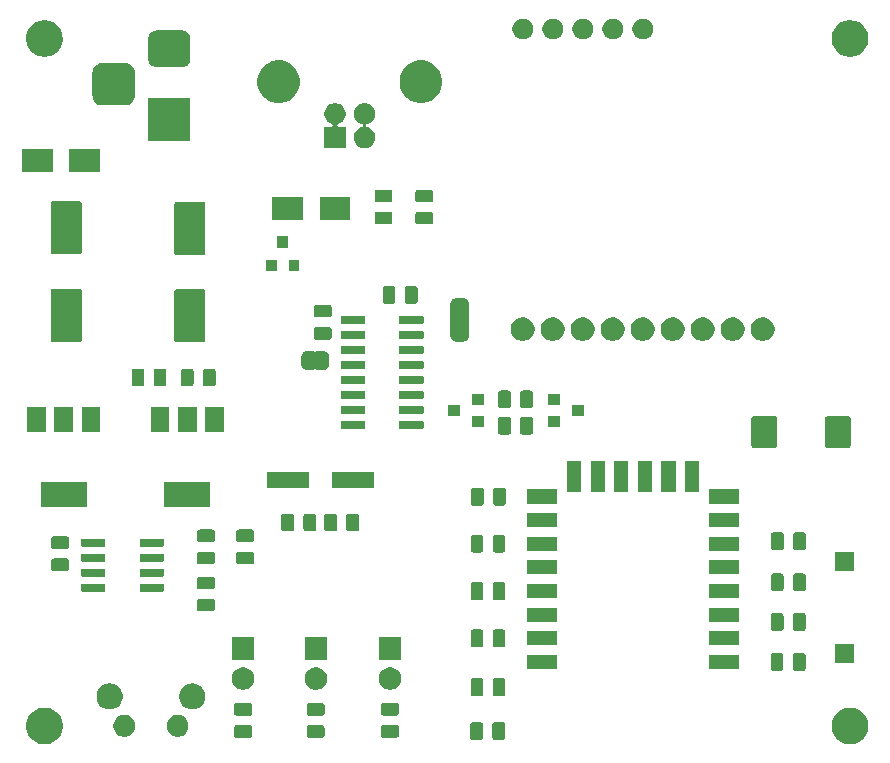
<source format=gbr>
G04 #@! TF.GenerationSoftware,KiCad,Pcbnew,(5.1.5)-3*
G04 #@! TF.CreationDate,2021-12-10T20:52:45-03:00*
G04 #@! TF.ProjectId,server,73657276-6572-42e6-9b69-6361645f7063,rev?*
G04 #@! TF.SameCoordinates,Original*
G04 #@! TF.FileFunction,Soldermask,Top*
G04 #@! TF.FilePolarity,Negative*
%FSLAX46Y46*%
G04 Gerber Fmt 4.6, Leading zero omitted, Abs format (unit mm)*
G04 Created by KiCad (PCBNEW (5.1.5)-3) date 2021-12-10 20:52:45*
%MOMM*%
%LPD*%
G04 APERTURE LIST*
%ADD10C,0.100000*%
G04 APERTURE END LIST*
D10*
G36*
X96902585Y-85078802D02*
G01*
X97052410Y-85108604D01*
X97334674Y-85225521D01*
X97588705Y-85395259D01*
X97804741Y-85611295D01*
X97974479Y-85865326D01*
X98091396Y-86147590D01*
X98091396Y-86147591D01*
X98151000Y-86447239D01*
X98151000Y-86752761D01*
X98127906Y-86868863D01*
X98091396Y-87052410D01*
X97974479Y-87334674D01*
X97804741Y-87588705D01*
X97588705Y-87804741D01*
X97334674Y-87974479D01*
X97052410Y-88091396D01*
X96902585Y-88121198D01*
X96752761Y-88151000D01*
X96447239Y-88151000D01*
X96297415Y-88121198D01*
X96147590Y-88091396D01*
X95865326Y-87974479D01*
X95611295Y-87804741D01*
X95395259Y-87588705D01*
X95225521Y-87334674D01*
X95108604Y-87052410D01*
X95072094Y-86868863D01*
X95049000Y-86752761D01*
X95049000Y-86447239D01*
X95108604Y-86147591D01*
X95108604Y-86147590D01*
X95225521Y-85865326D01*
X95395259Y-85611295D01*
X95611295Y-85395259D01*
X95865326Y-85225521D01*
X96147590Y-85108604D01*
X96297415Y-85078802D01*
X96447239Y-85049000D01*
X96752761Y-85049000D01*
X96902585Y-85078802D01*
G37*
G36*
X28702585Y-85078802D02*
G01*
X28852410Y-85108604D01*
X29134674Y-85225521D01*
X29388705Y-85395259D01*
X29604741Y-85611295D01*
X29774479Y-85865326D01*
X29891396Y-86147590D01*
X29891396Y-86147591D01*
X29951000Y-86447239D01*
X29951000Y-86752761D01*
X29927906Y-86868863D01*
X29891396Y-87052410D01*
X29774479Y-87334674D01*
X29604741Y-87588705D01*
X29388705Y-87804741D01*
X29134674Y-87974479D01*
X28852410Y-88091396D01*
X28702585Y-88121198D01*
X28552761Y-88151000D01*
X28247239Y-88151000D01*
X28097415Y-88121198D01*
X27947590Y-88091396D01*
X27665326Y-87974479D01*
X27411295Y-87804741D01*
X27195259Y-87588705D01*
X27025521Y-87334674D01*
X26908604Y-87052410D01*
X26872094Y-86868863D01*
X26849000Y-86752761D01*
X26849000Y-86447239D01*
X26908604Y-86147591D01*
X26908604Y-86147590D01*
X27025521Y-85865326D01*
X27195259Y-85611295D01*
X27411295Y-85395259D01*
X27665326Y-85225521D01*
X27947590Y-85108604D01*
X28097415Y-85078802D01*
X28247239Y-85049000D01*
X28552761Y-85049000D01*
X28702585Y-85078802D01*
G37*
G36*
X65367788Y-86291745D02*
G01*
X65406458Y-86303476D01*
X65442097Y-86322526D01*
X65473337Y-86348163D01*
X65498974Y-86379403D01*
X65518024Y-86415042D01*
X65529755Y-86453712D01*
X65534320Y-86500068D01*
X65534320Y-87576292D01*
X65529755Y-87622648D01*
X65518024Y-87661318D01*
X65498974Y-87696957D01*
X65473337Y-87728197D01*
X65442097Y-87753834D01*
X65406458Y-87772884D01*
X65367788Y-87784615D01*
X65321432Y-87789180D01*
X64670208Y-87789180D01*
X64623852Y-87784615D01*
X64585182Y-87772884D01*
X64549543Y-87753834D01*
X64518303Y-87728197D01*
X64492666Y-87696957D01*
X64473616Y-87661318D01*
X64461885Y-87622648D01*
X64457320Y-87576292D01*
X64457320Y-86500068D01*
X64461885Y-86453712D01*
X64473616Y-86415042D01*
X64492666Y-86379403D01*
X64518303Y-86348163D01*
X64549543Y-86322526D01*
X64585182Y-86303476D01*
X64623852Y-86291745D01*
X64670208Y-86287180D01*
X65321432Y-86287180D01*
X65367788Y-86291745D01*
G37*
G36*
X67242788Y-86291745D02*
G01*
X67281458Y-86303476D01*
X67317097Y-86322526D01*
X67348337Y-86348163D01*
X67373974Y-86379403D01*
X67393024Y-86415042D01*
X67404755Y-86453712D01*
X67409320Y-86500068D01*
X67409320Y-87576292D01*
X67404755Y-87622648D01*
X67393024Y-87661318D01*
X67373974Y-87696957D01*
X67348337Y-87728197D01*
X67317097Y-87753834D01*
X67281458Y-87772884D01*
X67242788Y-87784615D01*
X67196432Y-87789180D01*
X66545208Y-87789180D01*
X66498852Y-87784615D01*
X66460182Y-87772884D01*
X66424543Y-87753834D01*
X66393303Y-87728197D01*
X66367666Y-87696957D01*
X66348616Y-87661318D01*
X66336885Y-87622648D01*
X66332320Y-87576292D01*
X66332320Y-86500068D01*
X66336885Y-86453712D01*
X66348616Y-86415042D01*
X66367666Y-86379403D01*
X66393303Y-86348163D01*
X66424543Y-86322526D01*
X66460182Y-86303476D01*
X66498852Y-86291745D01*
X66545208Y-86287180D01*
X67196432Y-86287180D01*
X67242788Y-86291745D01*
G37*
G36*
X45814248Y-86529885D02*
G01*
X45852918Y-86541616D01*
X45888557Y-86560666D01*
X45919797Y-86586303D01*
X45945434Y-86617543D01*
X45964484Y-86653182D01*
X45976215Y-86691852D01*
X45980780Y-86738208D01*
X45980780Y-87389432D01*
X45976215Y-87435788D01*
X45964484Y-87474458D01*
X45945434Y-87510097D01*
X45919797Y-87541337D01*
X45888557Y-87566974D01*
X45852918Y-87586024D01*
X45814248Y-87597755D01*
X45767892Y-87602320D01*
X44691668Y-87602320D01*
X44645312Y-87597755D01*
X44606642Y-87586024D01*
X44571003Y-87566974D01*
X44539763Y-87541337D01*
X44514126Y-87510097D01*
X44495076Y-87474458D01*
X44483345Y-87435788D01*
X44478780Y-87389432D01*
X44478780Y-86738208D01*
X44483345Y-86691852D01*
X44495076Y-86653182D01*
X44514126Y-86617543D01*
X44539763Y-86586303D01*
X44571003Y-86560666D01*
X44606642Y-86541616D01*
X44645312Y-86529885D01*
X44691668Y-86525320D01*
X45767892Y-86525320D01*
X45814248Y-86529885D01*
G37*
G36*
X51950888Y-86527345D02*
G01*
X51989558Y-86539076D01*
X52025197Y-86558126D01*
X52056437Y-86583763D01*
X52082074Y-86615003D01*
X52101124Y-86650642D01*
X52112855Y-86689312D01*
X52117420Y-86735668D01*
X52117420Y-87386892D01*
X52112855Y-87433248D01*
X52101124Y-87471918D01*
X52082074Y-87507557D01*
X52056437Y-87538797D01*
X52025197Y-87564434D01*
X51989558Y-87583484D01*
X51950888Y-87595215D01*
X51904532Y-87599780D01*
X50828308Y-87599780D01*
X50781952Y-87595215D01*
X50743282Y-87583484D01*
X50707643Y-87564434D01*
X50676403Y-87538797D01*
X50650766Y-87507557D01*
X50631716Y-87471918D01*
X50619985Y-87433248D01*
X50615420Y-87386892D01*
X50615420Y-86735668D01*
X50619985Y-86689312D01*
X50631716Y-86650642D01*
X50650766Y-86615003D01*
X50676403Y-86583763D01*
X50707643Y-86558126D01*
X50743282Y-86539076D01*
X50781952Y-86527345D01*
X50828308Y-86522780D01*
X51904532Y-86522780D01*
X51950888Y-86527345D01*
G37*
G36*
X58232308Y-86522265D02*
G01*
X58270978Y-86533996D01*
X58306617Y-86553046D01*
X58337857Y-86578683D01*
X58363494Y-86609923D01*
X58382544Y-86645562D01*
X58394275Y-86684232D01*
X58398840Y-86730588D01*
X58398840Y-87381812D01*
X58394275Y-87428168D01*
X58382544Y-87466838D01*
X58363494Y-87502477D01*
X58337857Y-87533717D01*
X58306617Y-87559354D01*
X58270978Y-87578404D01*
X58232308Y-87590135D01*
X58185952Y-87594700D01*
X57109728Y-87594700D01*
X57063372Y-87590135D01*
X57024702Y-87578404D01*
X56989063Y-87559354D01*
X56957823Y-87533717D01*
X56932186Y-87502477D01*
X56913136Y-87466838D01*
X56901405Y-87428168D01*
X56896840Y-87381812D01*
X56896840Y-86730588D01*
X56901405Y-86684232D01*
X56913136Y-86645562D01*
X56932186Y-86609923D01*
X56957823Y-86578683D01*
X56989063Y-86553046D01*
X57024702Y-86533996D01*
X57063372Y-86522265D01*
X57109728Y-86517700D01*
X58185952Y-86517700D01*
X58232308Y-86522265D01*
G37*
G36*
X35444904Y-85708345D02*
G01*
X35613426Y-85778149D01*
X35765091Y-85879488D01*
X35894072Y-86008469D01*
X35995411Y-86160134D01*
X36065215Y-86328656D01*
X36100800Y-86507557D01*
X36100800Y-86689963D01*
X36065215Y-86868864D01*
X35995411Y-87037386D01*
X35894072Y-87189051D01*
X35765091Y-87318032D01*
X35613426Y-87419371D01*
X35444904Y-87489175D01*
X35266003Y-87524760D01*
X35083597Y-87524760D01*
X34904696Y-87489175D01*
X34736174Y-87419371D01*
X34584509Y-87318032D01*
X34455528Y-87189051D01*
X34354189Y-87037386D01*
X34284385Y-86868864D01*
X34248800Y-86689963D01*
X34248800Y-86507557D01*
X34284385Y-86328656D01*
X34354189Y-86160134D01*
X34455528Y-86008469D01*
X34584509Y-85879488D01*
X34736174Y-85778149D01*
X34904696Y-85708345D01*
X35083597Y-85672760D01*
X35266003Y-85672760D01*
X35444904Y-85708345D01*
G37*
G36*
X39944904Y-85708345D02*
G01*
X40113426Y-85778149D01*
X40265091Y-85879488D01*
X40394072Y-86008469D01*
X40495411Y-86160134D01*
X40565215Y-86328656D01*
X40600800Y-86507557D01*
X40600800Y-86689963D01*
X40565215Y-86868864D01*
X40495411Y-87037386D01*
X40394072Y-87189051D01*
X40265091Y-87318032D01*
X40113426Y-87419371D01*
X39944904Y-87489175D01*
X39766003Y-87524760D01*
X39583597Y-87524760D01*
X39404696Y-87489175D01*
X39236174Y-87419371D01*
X39084509Y-87318032D01*
X38955528Y-87189051D01*
X38854189Y-87037386D01*
X38784385Y-86868864D01*
X38748800Y-86689963D01*
X38748800Y-86507557D01*
X38784385Y-86328656D01*
X38854189Y-86160134D01*
X38955528Y-86008469D01*
X39084509Y-85879488D01*
X39236174Y-85778149D01*
X39404696Y-85708345D01*
X39583597Y-85672760D01*
X39766003Y-85672760D01*
X39944904Y-85708345D01*
G37*
G36*
X45814248Y-84654885D02*
G01*
X45852918Y-84666616D01*
X45888557Y-84685666D01*
X45919797Y-84711303D01*
X45945434Y-84742543D01*
X45964484Y-84778182D01*
X45976215Y-84816852D01*
X45980780Y-84863208D01*
X45980780Y-85514432D01*
X45976215Y-85560788D01*
X45964484Y-85599458D01*
X45945434Y-85635097D01*
X45919797Y-85666337D01*
X45888557Y-85691974D01*
X45852918Y-85711024D01*
X45814248Y-85722755D01*
X45767892Y-85727320D01*
X44691668Y-85727320D01*
X44645312Y-85722755D01*
X44606642Y-85711024D01*
X44571003Y-85691974D01*
X44539763Y-85666337D01*
X44514126Y-85635097D01*
X44495076Y-85599458D01*
X44483345Y-85560788D01*
X44478780Y-85514432D01*
X44478780Y-84863208D01*
X44483345Y-84816852D01*
X44495076Y-84778182D01*
X44514126Y-84742543D01*
X44539763Y-84711303D01*
X44571003Y-84685666D01*
X44606642Y-84666616D01*
X44645312Y-84654885D01*
X44691668Y-84650320D01*
X45767892Y-84650320D01*
X45814248Y-84654885D01*
G37*
G36*
X51950888Y-84652345D02*
G01*
X51989558Y-84664076D01*
X52025197Y-84683126D01*
X52056437Y-84708763D01*
X52082074Y-84740003D01*
X52101124Y-84775642D01*
X52112855Y-84814312D01*
X52117420Y-84860668D01*
X52117420Y-85511892D01*
X52112855Y-85558248D01*
X52101124Y-85596918D01*
X52082074Y-85632557D01*
X52056437Y-85663797D01*
X52025197Y-85689434D01*
X51989558Y-85708484D01*
X51950888Y-85720215D01*
X51904532Y-85724780D01*
X50828308Y-85724780D01*
X50781952Y-85720215D01*
X50743282Y-85708484D01*
X50707643Y-85689434D01*
X50676403Y-85663797D01*
X50650766Y-85632557D01*
X50631716Y-85596918D01*
X50619985Y-85558248D01*
X50615420Y-85511892D01*
X50615420Y-84860668D01*
X50619985Y-84814312D01*
X50631716Y-84775642D01*
X50650766Y-84740003D01*
X50676403Y-84708763D01*
X50707643Y-84683126D01*
X50743282Y-84664076D01*
X50781952Y-84652345D01*
X50828308Y-84647780D01*
X51904532Y-84647780D01*
X51950888Y-84652345D01*
G37*
G36*
X58232308Y-84647265D02*
G01*
X58270978Y-84658996D01*
X58306617Y-84678046D01*
X58337857Y-84703683D01*
X58363494Y-84734923D01*
X58382544Y-84770562D01*
X58394275Y-84809232D01*
X58398840Y-84855588D01*
X58398840Y-85506812D01*
X58394275Y-85553168D01*
X58382544Y-85591838D01*
X58363494Y-85627477D01*
X58337857Y-85658717D01*
X58306617Y-85684354D01*
X58270978Y-85703404D01*
X58232308Y-85715135D01*
X58185952Y-85719700D01*
X57109728Y-85719700D01*
X57063372Y-85715135D01*
X57024702Y-85703404D01*
X56989063Y-85684354D01*
X56957823Y-85658717D01*
X56932186Y-85627477D01*
X56913136Y-85591838D01*
X56901405Y-85553168D01*
X56896840Y-85506812D01*
X56896840Y-84855588D01*
X56901405Y-84809232D01*
X56913136Y-84770562D01*
X56932186Y-84734923D01*
X56957823Y-84703683D01*
X56989063Y-84678046D01*
X57024702Y-84658996D01*
X57063372Y-84647265D01*
X57109728Y-84642700D01*
X58185952Y-84642700D01*
X58232308Y-84647265D01*
G37*
G36*
X41139595Y-83028916D02*
G01*
X41245950Y-83050071D01*
X41346134Y-83091569D01*
X41446320Y-83133067D01*
X41626644Y-83253555D01*
X41780005Y-83406916D01*
X41900493Y-83587240D01*
X41983489Y-83787611D01*
X42025800Y-84000320D01*
X42025800Y-84217200D01*
X41983489Y-84429909D01*
X41900493Y-84630280D01*
X41780005Y-84810604D01*
X41626644Y-84963965D01*
X41446320Y-85084453D01*
X41388014Y-85108604D01*
X41245950Y-85167449D01*
X41139594Y-85188605D01*
X41033240Y-85209760D01*
X40816360Y-85209760D01*
X40710006Y-85188605D01*
X40603650Y-85167449D01*
X40461586Y-85108604D01*
X40403280Y-85084453D01*
X40222956Y-84963965D01*
X40069595Y-84810604D01*
X39949107Y-84630280D01*
X39866111Y-84429909D01*
X39823800Y-84217200D01*
X39823800Y-84000320D01*
X39866111Y-83787611D01*
X39949107Y-83587240D01*
X40069595Y-83406916D01*
X40222956Y-83253555D01*
X40403280Y-83133067D01*
X40503466Y-83091569D01*
X40603650Y-83050071D01*
X40710005Y-83028916D01*
X40816360Y-83007760D01*
X41033240Y-83007760D01*
X41139595Y-83028916D01*
G37*
G36*
X34129595Y-83028916D02*
G01*
X34235950Y-83050071D01*
X34336134Y-83091569D01*
X34436320Y-83133067D01*
X34616644Y-83253555D01*
X34770005Y-83406916D01*
X34890493Y-83587240D01*
X34973489Y-83787611D01*
X35015800Y-84000320D01*
X35015800Y-84217200D01*
X34973489Y-84429909D01*
X34890493Y-84630280D01*
X34770005Y-84810604D01*
X34616644Y-84963965D01*
X34436320Y-85084453D01*
X34378014Y-85108604D01*
X34235950Y-85167449D01*
X34129594Y-85188605D01*
X34023240Y-85209760D01*
X33806360Y-85209760D01*
X33700006Y-85188605D01*
X33593650Y-85167449D01*
X33451586Y-85108604D01*
X33393280Y-85084453D01*
X33212956Y-84963965D01*
X33059595Y-84810604D01*
X32939107Y-84630280D01*
X32856111Y-84429909D01*
X32813800Y-84217200D01*
X32813800Y-84000320D01*
X32856111Y-83787611D01*
X32939107Y-83587240D01*
X33059595Y-83406916D01*
X33212956Y-83253555D01*
X33393280Y-83133067D01*
X33493466Y-83091569D01*
X33593650Y-83050071D01*
X33700005Y-83028916D01*
X33806360Y-83007760D01*
X34023240Y-83007760D01*
X34129595Y-83028916D01*
G37*
G36*
X65393188Y-82565565D02*
G01*
X65431858Y-82577296D01*
X65467497Y-82596346D01*
X65498737Y-82621983D01*
X65524374Y-82653223D01*
X65543424Y-82688862D01*
X65555155Y-82727532D01*
X65559720Y-82773888D01*
X65559720Y-83850112D01*
X65555155Y-83896468D01*
X65543424Y-83935138D01*
X65524374Y-83970777D01*
X65498737Y-84002017D01*
X65467497Y-84027654D01*
X65431858Y-84046704D01*
X65393188Y-84058435D01*
X65346832Y-84063000D01*
X64695608Y-84063000D01*
X64649252Y-84058435D01*
X64610582Y-84046704D01*
X64574943Y-84027654D01*
X64543703Y-84002017D01*
X64518066Y-83970777D01*
X64499016Y-83935138D01*
X64487285Y-83896468D01*
X64482720Y-83850112D01*
X64482720Y-82773888D01*
X64487285Y-82727532D01*
X64499016Y-82688862D01*
X64518066Y-82653223D01*
X64543703Y-82621983D01*
X64574943Y-82596346D01*
X64610582Y-82577296D01*
X64649252Y-82565565D01*
X64695608Y-82561000D01*
X65346832Y-82561000D01*
X65393188Y-82565565D01*
G37*
G36*
X67268188Y-82565565D02*
G01*
X67306858Y-82577296D01*
X67342497Y-82596346D01*
X67373737Y-82621983D01*
X67399374Y-82653223D01*
X67418424Y-82688862D01*
X67430155Y-82727532D01*
X67434720Y-82773888D01*
X67434720Y-83850112D01*
X67430155Y-83896468D01*
X67418424Y-83935138D01*
X67399374Y-83970777D01*
X67373737Y-84002017D01*
X67342497Y-84027654D01*
X67306858Y-84046704D01*
X67268188Y-84058435D01*
X67221832Y-84063000D01*
X66570608Y-84063000D01*
X66524252Y-84058435D01*
X66485582Y-84046704D01*
X66449943Y-84027654D01*
X66418703Y-84002017D01*
X66393066Y-83970777D01*
X66374016Y-83935138D01*
X66362285Y-83896468D01*
X66357720Y-83850112D01*
X66357720Y-82773888D01*
X66362285Y-82727532D01*
X66374016Y-82688862D01*
X66393066Y-82653223D01*
X66418703Y-82621983D01*
X66449943Y-82596346D01*
X66485582Y-82577296D01*
X66524252Y-82565565D01*
X66570608Y-82561000D01*
X67221832Y-82561000D01*
X67268188Y-82565565D01*
G37*
G36*
X45507175Y-81681266D02*
G01*
X45680246Y-81752954D01*
X45680247Y-81752955D01*
X45836007Y-81857030D01*
X45968470Y-81989493D01*
X45968471Y-81989495D01*
X46072546Y-82145254D01*
X46144234Y-82318325D01*
X46180780Y-82502053D01*
X46180780Y-82689387D01*
X46144234Y-82873115D01*
X46072546Y-83046186D01*
X46072545Y-83046187D01*
X45968470Y-83201947D01*
X45836007Y-83334410D01*
X45757598Y-83386801D01*
X45680246Y-83438486D01*
X45507175Y-83510174D01*
X45323447Y-83546720D01*
X45136113Y-83546720D01*
X44952385Y-83510174D01*
X44779314Y-83438486D01*
X44701962Y-83386801D01*
X44623553Y-83334410D01*
X44491090Y-83201947D01*
X44387015Y-83046187D01*
X44387014Y-83046186D01*
X44315326Y-82873115D01*
X44278780Y-82689387D01*
X44278780Y-82502053D01*
X44315326Y-82318325D01*
X44387014Y-82145254D01*
X44491089Y-81989495D01*
X44491090Y-81989493D01*
X44623553Y-81857030D01*
X44779313Y-81752955D01*
X44779314Y-81752954D01*
X44952385Y-81681266D01*
X45136113Y-81644720D01*
X45323447Y-81644720D01*
X45507175Y-81681266D01*
G37*
G36*
X57925235Y-81681266D02*
G01*
X58098306Y-81752954D01*
X58098307Y-81752955D01*
X58254067Y-81857030D01*
X58386530Y-81989493D01*
X58386531Y-81989495D01*
X58490606Y-82145254D01*
X58562294Y-82318325D01*
X58598840Y-82502053D01*
X58598840Y-82689387D01*
X58562294Y-82873115D01*
X58490606Y-83046186D01*
X58490605Y-83046187D01*
X58386530Y-83201947D01*
X58254067Y-83334410D01*
X58175658Y-83386801D01*
X58098306Y-83438486D01*
X57925235Y-83510174D01*
X57741507Y-83546720D01*
X57554173Y-83546720D01*
X57370445Y-83510174D01*
X57197374Y-83438486D01*
X57120022Y-83386801D01*
X57041613Y-83334410D01*
X56909150Y-83201947D01*
X56805075Y-83046187D01*
X56805074Y-83046186D01*
X56733386Y-82873115D01*
X56696840Y-82689387D01*
X56696840Y-82502053D01*
X56733386Y-82318325D01*
X56805074Y-82145254D01*
X56909149Y-81989495D01*
X56909150Y-81989493D01*
X57041613Y-81857030D01*
X57197373Y-81752955D01*
X57197374Y-81752954D01*
X57370445Y-81681266D01*
X57554173Y-81644720D01*
X57741507Y-81644720D01*
X57925235Y-81681266D01*
G37*
G36*
X51651435Y-81681266D02*
G01*
X51824506Y-81752954D01*
X51824507Y-81752955D01*
X51980267Y-81857030D01*
X52112730Y-81989493D01*
X52112731Y-81989495D01*
X52216806Y-82145254D01*
X52288494Y-82318325D01*
X52325040Y-82502053D01*
X52325040Y-82689387D01*
X52288494Y-82873115D01*
X52216806Y-83046186D01*
X52216805Y-83046187D01*
X52112730Y-83201947D01*
X51980267Y-83334410D01*
X51901858Y-83386801D01*
X51824506Y-83438486D01*
X51651435Y-83510174D01*
X51467707Y-83546720D01*
X51280373Y-83546720D01*
X51096645Y-83510174D01*
X50923574Y-83438486D01*
X50846222Y-83386801D01*
X50767813Y-83334410D01*
X50635350Y-83201947D01*
X50531275Y-83046187D01*
X50531274Y-83046186D01*
X50459586Y-82873115D01*
X50423040Y-82689387D01*
X50423040Y-82502053D01*
X50459586Y-82318325D01*
X50531274Y-82145254D01*
X50635349Y-81989495D01*
X50635350Y-81989493D01*
X50767813Y-81857030D01*
X50923573Y-81752955D01*
X50923574Y-81752954D01*
X51096645Y-81681266D01*
X51280373Y-81644720D01*
X51467707Y-81644720D01*
X51651435Y-81681266D01*
G37*
G36*
X90808428Y-80444665D02*
G01*
X90847098Y-80456396D01*
X90882737Y-80475446D01*
X90913977Y-80501083D01*
X90939614Y-80532323D01*
X90958664Y-80567962D01*
X90970395Y-80606632D01*
X90974960Y-80652988D01*
X90974960Y-81729212D01*
X90970395Y-81775568D01*
X90958664Y-81814238D01*
X90939614Y-81849877D01*
X90913977Y-81881117D01*
X90882737Y-81906754D01*
X90847098Y-81925804D01*
X90808428Y-81937535D01*
X90762072Y-81942100D01*
X90110848Y-81942100D01*
X90064492Y-81937535D01*
X90025822Y-81925804D01*
X89990183Y-81906754D01*
X89958943Y-81881117D01*
X89933306Y-81849877D01*
X89914256Y-81814238D01*
X89902525Y-81775568D01*
X89897960Y-81729212D01*
X89897960Y-80652988D01*
X89902525Y-80606632D01*
X89914256Y-80567962D01*
X89933306Y-80532323D01*
X89958943Y-80501083D01*
X89990183Y-80475446D01*
X90025822Y-80456396D01*
X90064492Y-80444665D01*
X90110848Y-80440100D01*
X90762072Y-80440100D01*
X90808428Y-80444665D01*
G37*
G36*
X92683428Y-80444665D02*
G01*
X92722098Y-80456396D01*
X92757737Y-80475446D01*
X92788977Y-80501083D01*
X92814614Y-80532323D01*
X92833664Y-80567962D01*
X92845395Y-80606632D01*
X92849960Y-80652988D01*
X92849960Y-81729212D01*
X92845395Y-81775568D01*
X92833664Y-81814238D01*
X92814614Y-81849877D01*
X92788977Y-81881117D01*
X92757737Y-81906754D01*
X92722098Y-81925804D01*
X92683428Y-81937535D01*
X92637072Y-81942100D01*
X91985848Y-81942100D01*
X91939492Y-81937535D01*
X91900822Y-81925804D01*
X91865183Y-81906754D01*
X91833943Y-81881117D01*
X91808306Y-81849877D01*
X91789256Y-81814238D01*
X91777525Y-81775568D01*
X91772960Y-81729212D01*
X91772960Y-80652988D01*
X91777525Y-80606632D01*
X91789256Y-80567962D01*
X91808306Y-80532323D01*
X91833943Y-80501083D01*
X91865183Y-80475446D01*
X91900822Y-80456396D01*
X91939492Y-80444665D01*
X91985848Y-80440100D01*
X92637072Y-80440100D01*
X92683428Y-80444665D01*
G37*
G36*
X87238320Y-81779400D02*
G01*
X84636320Y-81779400D01*
X84636320Y-80577400D01*
X87238320Y-80577400D01*
X87238320Y-81779400D01*
G37*
G36*
X71838320Y-81779400D02*
G01*
X69236320Y-81779400D01*
X69236320Y-80577400D01*
X71838320Y-80577400D01*
X71838320Y-81779400D01*
G37*
G36*
X96970480Y-81269300D02*
G01*
X95368480Y-81269300D01*
X95368480Y-79667300D01*
X96970480Y-79667300D01*
X96970480Y-81269300D01*
G37*
G36*
X52325040Y-81006720D02*
G01*
X50423040Y-81006720D01*
X50423040Y-79104720D01*
X52325040Y-79104720D01*
X52325040Y-81006720D01*
G37*
G36*
X46180780Y-81006720D02*
G01*
X44278780Y-81006720D01*
X44278780Y-79104720D01*
X46180780Y-79104720D01*
X46180780Y-81006720D01*
G37*
G36*
X58598840Y-81006720D02*
G01*
X56696840Y-81006720D01*
X56696840Y-79104720D01*
X58598840Y-79104720D01*
X58598840Y-81006720D01*
G37*
G36*
X65393188Y-78425365D02*
G01*
X65431858Y-78437096D01*
X65467497Y-78456146D01*
X65498737Y-78481783D01*
X65524374Y-78513023D01*
X65543423Y-78548660D01*
X65555155Y-78587332D01*
X65559720Y-78633688D01*
X65559720Y-79709912D01*
X65555155Y-79756268D01*
X65543424Y-79794938D01*
X65524374Y-79830577D01*
X65498737Y-79861817D01*
X65467497Y-79887454D01*
X65431858Y-79906504D01*
X65393188Y-79918235D01*
X65346832Y-79922800D01*
X64695608Y-79922800D01*
X64649252Y-79918235D01*
X64610582Y-79906504D01*
X64574943Y-79887454D01*
X64543703Y-79861817D01*
X64518066Y-79830577D01*
X64499016Y-79794938D01*
X64487285Y-79756268D01*
X64482720Y-79709912D01*
X64482720Y-78633688D01*
X64487285Y-78587332D01*
X64499017Y-78548660D01*
X64518066Y-78513023D01*
X64543703Y-78481783D01*
X64574943Y-78456146D01*
X64610582Y-78437096D01*
X64649252Y-78425365D01*
X64695608Y-78420800D01*
X65346832Y-78420800D01*
X65393188Y-78425365D01*
G37*
G36*
X67268188Y-78425365D02*
G01*
X67306858Y-78437096D01*
X67342497Y-78456146D01*
X67373737Y-78481783D01*
X67399374Y-78513023D01*
X67418423Y-78548660D01*
X67430155Y-78587332D01*
X67434720Y-78633688D01*
X67434720Y-79709912D01*
X67430155Y-79756268D01*
X67418424Y-79794938D01*
X67399374Y-79830577D01*
X67373737Y-79861817D01*
X67342497Y-79887454D01*
X67306858Y-79906504D01*
X67268188Y-79918235D01*
X67221832Y-79922800D01*
X66570608Y-79922800D01*
X66524252Y-79918235D01*
X66485582Y-79906504D01*
X66449943Y-79887454D01*
X66418703Y-79861817D01*
X66393066Y-79830577D01*
X66374016Y-79794938D01*
X66362285Y-79756268D01*
X66357720Y-79709912D01*
X66357720Y-78633688D01*
X66362285Y-78587332D01*
X66374017Y-78548660D01*
X66393066Y-78513023D01*
X66418703Y-78481783D01*
X66449943Y-78456146D01*
X66485582Y-78437096D01*
X66524252Y-78425365D01*
X66570608Y-78420800D01*
X67221832Y-78420800D01*
X67268188Y-78425365D01*
G37*
G36*
X87238320Y-79779400D02*
G01*
X84636320Y-79779400D01*
X84636320Y-78577400D01*
X87238320Y-78577400D01*
X87238320Y-79779400D01*
G37*
G36*
X71838320Y-79779400D02*
G01*
X69236320Y-79779400D01*
X69236320Y-78577400D01*
X71838320Y-78577400D01*
X71838320Y-79779400D01*
G37*
G36*
X92688508Y-77051225D02*
G01*
X92727178Y-77062956D01*
X92762817Y-77082006D01*
X92794057Y-77107643D01*
X92819694Y-77138883D01*
X92838744Y-77174522D01*
X92850475Y-77213192D01*
X92855040Y-77259548D01*
X92855040Y-78335772D01*
X92850475Y-78382128D01*
X92838744Y-78420798D01*
X92819694Y-78456437D01*
X92794057Y-78487677D01*
X92762817Y-78513314D01*
X92727178Y-78532364D01*
X92688508Y-78544095D01*
X92642152Y-78548660D01*
X91990928Y-78548660D01*
X91944572Y-78544095D01*
X91905902Y-78532364D01*
X91870263Y-78513314D01*
X91839023Y-78487677D01*
X91813386Y-78456437D01*
X91794336Y-78420798D01*
X91782605Y-78382128D01*
X91778040Y-78335772D01*
X91778040Y-77259548D01*
X91782605Y-77213192D01*
X91794336Y-77174522D01*
X91813386Y-77138883D01*
X91839023Y-77107643D01*
X91870263Y-77082006D01*
X91905902Y-77062956D01*
X91944572Y-77051225D01*
X91990928Y-77046660D01*
X92642152Y-77046660D01*
X92688508Y-77051225D01*
G37*
G36*
X90813508Y-77051225D02*
G01*
X90852178Y-77062956D01*
X90887817Y-77082006D01*
X90919057Y-77107643D01*
X90944694Y-77138883D01*
X90963744Y-77174522D01*
X90975475Y-77213192D01*
X90980040Y-77259548D01*
X90980040Y-78335772D01*
X90975475Y-78382128D01*
X90963744Y-78420798D01*
X90944694Y-78456437D01*
X90919057Y-78487677D01*
X90887817Y-78513314D01*
X90852178Y-78532364D01*
X90813508Y-78544095D01*
X90767152Y-78548660D01*
X90115928Y-78548660D01*
X90069572Y-78544095D01*
X90030902Y-78532364D01*
X89995263Y-78513314D01*
X89964023Y-78487677D01*
X89938386Y-78456437D01*
X89919336Y-78420798D01*
X89907605Y-78382128D01*
X89903040Y-78335772D01*
X89903040Y-77259548D01*
X89907605Y-77213192D01*
X89919336Y-77174522D01*
X89938386Y-77138883D01*
X89964023Y-77107643D01*
X89995263Y-77082006D01*
X90030902Y-77062956D01*
X90069572Y-77051225D01*
X90115928Y-77046660D01*
X90767152Y-77046660D01*
X90813508Y-77051225D01*
G37*
G36*
X71838320Y-77779400D02*
G01*
X69236320Y-77779400D01*
X69236320Y-76577400D01*
X71838320Y-76577400D01*
X71838320Y-77779400D01*
G37*
G36*
X87238320Y-77779400D02*
G01*
X84636320Y-77779400D01*
X84636320Y-76577400D01*
X87238320Y-76577400D01*
X87238320Y-77779400D01*
G37*
G36*
X42657028Y-75833945D02*
G01*
X42695698Y-75845676D01*
X42731337Y-75864726D01*
X42762577Y-75890363D01*
X42788214Y-75921603D01*
X42807264Y-75957242D01*
X42818995Y-75995912D01*
X42823560Y-76042268D01*
X42823560Y-76693492D01*
X42818995Y-76739848D01*
X42807264Y-76778518D01*
X42788214Y-76814157D01*
X42762577Y-76845397D01*
X42731337Y-76871034D01*
X42695698Y-76890084D01*
X42657028Y-76901815D01*
X42610672Y-76906380D01*
X41534448Y-76906380D01*
X41488092Y-76901815D01*
X41449422Y-76890084D01*
X41413783Y-76871034D01*
X41382543Y-76845397D01*
X41356906Y-76814157D01*
X41337856Y-76778518D01*
X41326125Y-76739848D01*
X41321560Y-76693492D01*
X41321560Y-76042268D01*
X41326125Y-75995912D01*
X41337856Y-75957242D01*
X41356906Y-75921603D01*
X41382543Y-75890363D01*
X41413783Y-75864726D01*
X41449422Y-75845676D01*
X41488092Y-75833945D01*
X41534448Y-75829380D01*
X42610672Y-75829380D01*
X42657028Y-75833945D01*
G37*
G36*
X67268188Y-74437565D02*
G01*
X67306858Y-74449296D01*
X67342497Y-74468346D01*
X67373737Y-74493983D01*
X67399374Y-74525223D01*
X67418424Y-74560862D01*
X67430155Y-74599532D01*
X67434720Y-74645888D01*
X67434720Y-75722112D01*
X67430155Y-75768468D01*
X67418424Y-75807138D01*
X67399374Y-75842777D01*
X67373737Y-75874017D01*
X67342497Y-75899654D01*
X67306858Y-75918704D01*
X67268188Y-75930435D01*
X67221832Y-75935000D01*
X66570608Y-75935000D01*
X66524252Y-75930435D01*
X66485582Y-75918704D01*
X66449943Y-75899654D01*
X66418703Y-75874017D01*
X66393066Y-75842777D01*
X66374016Y-75807138D01*
X66362285Y-75768468D01*
X66357720Y-75722112D01*
X66357720Y-74645888D01*
X66362285Y-74599532D01*
X66374016Y-74560862D01*
X66393066Y-74525223D01*
X66418703Y-74493983D01*
X66449943Y-74468346D01*
X66485582Y-74449296D01*
X66524252Y-74437565D01*
X66570608Y-74433000D01*
X67221832Y-74433000D01*
X67268188Y-74437565D01*
G37*
G36*
X65393188Y-74437565D02*
G01*
X65431858Y-74449296D01*
X65467497Y-74468346D01*
X65498737Y-74493983D01*
X65524374Y-74525223D01*
X65543424Y-74560862D01*
X65555155Y-74599532D01*
X65559720Y-74645888D01*
X65559720Y-75722112D01*
X65555155Y-75768468D01*
X65543424Y-75807138D01*
X65524374Y-75842777D01*
X65498737Y-75874017D01*
X65467497Y-75899654D01*
X65431858Y-75918704D01*
X65393188Y-75930435D01*
X65346832Y-75935000D01*
X64695608Y-75935000D01*
X64649252Y-75930435D01*
X64610582Y-75918704D01*
X64574943Y-75899654D01*
X64543703Y-75874017D01*
X64518066Y-75842777D01*
X64499016Y-75807138D01*
X64487285Y-75768468D01*
X64482720Y-75722112D01*
X64482720Y-74645888D01*
X64487285Y-74599532D01*
X64499016Y-74560862D01*
X64518066Y-74525223D01*
X64543703Y-74493983D01*
X64574943Y-74468346D01*
X64610582Y-74449296D01*
X64649252Y-74437565D01*
X64695608Y-74433000D01*
X65346832Y-74433000D01*
X65393188Y-74437565D01*
G37*
G36*
X87238320Y-75779400D02*
G01*
X84636320Y-75779400D01*
X84636320Y-74577400D01*
X87238320Y-74577400D01*
X87238320Y-75779400D01*
G37*
G36*
X71838320Y-75779400D02*
G01*
X69236320Y-75779400D01*
X69236320Y-74577400D01*
X71838320Y-74577400D01*
X71838320Y-75779400D01*
G37*
G36*
X38421288Y-74548744D02*
G01*
X38442369Y-74555140D01*
X38461805Y-74565528D01*
X38478836Y-74579504D01*
X38492812Y-74596535D01*
X38503200Y-74615971D01*
X38509596Y-74637052D01*
X38512360Y-74665120D01*
X38512360Y-75128840D01*
X38509596Y-75156908D01*
X38503200Y-75177989D01*
X38492812Y-75197425D01*
X38478836Y-75214456D01*
X38461805Y-75228432D01*
X38442369Y-75238820D01*
X38421288Y-75245216D01*
X38393220Y-75247980D01*
X36579500Y-75247980D01*
X36551432Y-75245216D01*
X36530351Y-75238820D01*
X36510915Y-75228432D01*
X36493884Y-75214456D01*
X36479908Y-75197425D01*
X36469520Y-75177989D01*
X36463124Y-75156908D01*
X36460360Y-75128840D01*
X36460360Y-74665120D01*
X36463124Y-74637052D01*
X36469520Y-74615971D01*
X36479908Y-74596535D01*
X36493884Y-74579504D01*
X36510915Y-74565528D01*
X36530351Y-74555140D01*
X36551432Y-74548744D01*
X36579500Y-74545980D01*
X38393220Y-74545980D01*
X38421288Y-74548744D01*
G37*
G36*
X33471288Y-74548744D02*
G01*
X33492369Y-74555140D01*
X33511805Y-74565528D01*
X33528836Y-74579504D01*
X33542812Y-74596535D01*
X33553200Y-74615971D01*
X33559596Y-74637052D01*
X33562360Y-74665120D01*
X33562360Y-75128840D01*
X33559596Y-75156908D01*
X33553200Y-75177989D01*
X33542812Y-75197425D01*
X33528836Y-75214456D01*
X33511805Y-75228432D01*
X33492369Y-75238820D01*
X33471288Y-75245216D01*
X33443220Y-75247980D01*
X31629500Y-75247980D01*
X31601432Y-75245216D01*
X31580351Y-75238820D01*
X31560915Y-75228432D01*
X31543884Y-75214456D01*
X31529908Y-75197425D01*
X31519520Y-75177989D01*
X31513124Y-75156908D01*
X31510360Y-75128840D01*
X31510360Y-74665120D01*
X31513124Y-74637052D01*
X31519520Y-74615971D01*
X31529908Y-74596535D01*
X31543884Y-74579504D01*
X31560915Y-74565528D01*
X31580351Y-74555140D01*
X31601432Y-74548744D01*
X31629500Y-74545980D01*
X33443220Y-74545980D01*
X33471288Y-74548744D01*
G37*
G36*
X90816048Y-73698425D02*
G01*
X90854718Y-73710156D01*
X90890357Y-73729206D01*
X90921597Y-73754843D01*
X90947234Y-73786083D01*
X90966284Y-73821722D01*
X90978015Y-73860392D01*
X90982580Y-73906748D01*
X90982580Y-74982972D01*
X90978015Y-75029328D01*
X90966284Y-75067998D01*
X90947234Y-75103637D01*
X90921597Y-75134877D01*
X90890357Y-75160514D01*
X90854718Y-75179564D01*
X90816048Y-75191295D01*
X90769692Y-75195860D01*
X90118468Y-75195860D01*
X90072112Y-75191295D01*
X90033442Y-75179564D01*
X89997803Y-75160514D01*
X89966563Y-75134877D01*
X89940926Y-75103637D01*
X89921876Y-75067998D01*
X89910145Y-75029328D01*
X89905580Y-74982972D01*
X89905580Y-73906748D01*
X89910145Y-73860392D01*
X89921876Y-73821722D01*
X89940926Y-73786083D01*
X89966563Y-73754843D01*
X89997803Y-73729206D01*
X90033442Y-73710156D01*
X90072112Y-73698425D01*
X90118468Y-73693860D01*
X90769692Y-73693860D01*
X90816048Y-73698425D01*
G37*
G36*
X92691048Y-73698425D02*
G01*
X92729718Y-73710156D01*
X92765357Y-73729206D01*
X92796597Y-73754843D01*
X92822234Y-73786083D01*
X92841284Y-73821722D01*
X92853015Y-73860392D01*
X92857580Y-73906748D01*
X92857580Y-74982972D01*
X92853015Y-75029328D01*
X92841284Y-75067998D01*
X92822234Y-75103637D01*
X92796597Y-75134877D01*
X92765357Y-75160514D01*
X92729718Y-75179564D01*
X92691048Y-75191295D01*
X92644692Y-75195860D01*
X91993468Y-75195860D01*
X91947112Y-75191295D01*
X91908442Y-75179564D01*
X91872803Y-75160514D01*
X91841563Y-75134877D01*
X91815926Y-75103637D01*
X91796876Y-75067998D01*
X91785145Y-75029328D01*
X91780580Y-74982972D01*
X91780580Y-73906748D01*
X91785145Y-73860392D01*
X91796876Y-73821722D01*
X91815926Y-73786083D01*
X91841563Y-73754843D01*
X91872803Y-73729206D01*
X91908442Y-73710156D01*
X91947112Y-73698425D01*
X91993468Y-73693860D01*
X92644692Y-73693860D01*
X92691048Y-73698425D01*
G37*
G36*
X42657028Y-73958945D02*
G01*
X42695698Y-73970676D01*
X42731337Y-73989726D01*
X42762577Y-74015363D01*
X42788214Y-74046603D01*
X42807264Y-74082242D01*
X42818995Y-74120912D01*
X42823560Y-74167268D01*
X42823560Y-74818492D01*
X42818995Y-74864848D01*
X42807264Y-74903518D01*
X42788214Y-74939157D01*
X42762577Y-74970397D01*
X42731337Y-74996034D01*
X42695698Y-75015084D01*
X42657028Y-75026815D01*
X42610672Y-75031380D01*
X41534448Y-75031380D01*
X41488092Y-75026815D01*
X41449422Y-75015084D01*
X41413783Y-74996034D01*
X41382543Y-74970397D01*
X41356906Y-74939157D01*
X41337856Y-74903518D01*
X41326125Y-74864848D01*
X41321560Y-74818492D01*
X41321560Y-74167268D01*
X41326125Y-74120912D01*
X41337856Y-74082242D01*
X41356906Y-74046603D01*
X41382543Y-74015363D01*
X41413783Y-73989726D01*
X41449422Y-73970676D01*
X41488092Y-73958945D01*
X41534448Y-73954380D01*
X42610672Y-73954380D01*
X42657028Y-73958945D01*
G37*
G36*
X38421288Y-73278744D02*
G01*
X38442369Y-73285140D01*
X38461805Y-73295528D01*
X38478836Y-73309504D01*
X38492812Y-73326535D01*
X38503200Y-73345971D01*
X38509596Y-73367052D01*
X38512360Y-73395120D01*
X38512360Y-73858840D01*
X38509596Y-73886908D01*
X38503200Y-73907989D01*
X38492812Y-73927425D01*
X38478836Y-73944456D01*
X38461805Y-73958432D01*
X38442369Y-73968820D01*
X38421288Y-73975216D01*
X38393220Y-73977980D01*
X36579500Y-73977980D01*
X36551432Y-73975216D01*
X36530351Y-73968820D01*
X36510915Y-73958432D01*
X36493884Y-73944456D01*
X36479908Y-73927425D01*
X36469520Y-73907989D01*
X36463124Y-73886908D01*
X36460360Y-73858840D01*
X36460360Y-73395120D01*
X36463124Y-73367052D01*
X36469520Y-73345971D01*
X36479908Y-73326535D01*
X36493884Y-73309504D01*
X36510915Y-73295528D01*
X36530351Y-73285140D01*
X36551432Y-73278744D01*
X36579500Y-73275980D01*
X38393220Y-73275980D01*
X38421288Y-73278744D01*
G37*
G36*
X33471288Y-73278744D02*
G01*
X33492369Y-73285140D01*
X33511805Y-73295528D01*
X33528836Y-73309504D01*
X33542812Y-73326535D01*
X33553200Y-73345971D01*
X33559596Y-73367052D01*
X33562360Y-73395120D01*
X33562360Y-73858840D01*
X33559596Y-73886908D01*
X33553200Y-73907989D01*
X33542812Y-73927425D01*
X33528836Y-73944456D01*
X33511805Y-73958432D01*
X33492369Y-73968820D01*
X33471288Y-73975216D01*
X33443220Y-73977980D01*
X31629500Y-73977980D01*
X31601432Y-73975216D01*
X31580351Y-73968820D01*
X31560915Y-73958432D01*
X31543884Y-73944456D01*
X31529908Y-73927425D01*
X31519520Y-73907989D01*
X31513124Y-73886908D01*
X31510360Y-73858840D01*
X31510360Y-73395120D01*
X31513124Y-73367052D01*
X31519520Y-73345971D01*
X31529908Y-73326535D01*
X31543884Y-73309504D01*
X31560915Y-73295528D01*
X31580351Y-73285140D01*
X31601432Y-73278744D01*
X31629500Y-73275980D01*
X33443220Y-73275980D01*
X33471288Y-73278744D01*
G37*
G36*
X71838320Y-73779400D02*
G01*
X69236320Y-73779400D01*
X69236320Y-72577400D01*
X71838320Y-72577400D01*
X71838320Y-73779400D01*
G37*
G36*
X87238320Y-73779400D02*
G01*
X84636320Y-73779400D01*
X84636320Y-72577400D01*
X87238320Y-72577400D01*
X87238320Y-73779400D01*
G37*
G36*
X30325328Y-72427805D02*
G01*
X30363998Y-72439536D01*
X30399637Y-72458586D01*
X30430877Y-72484223D01*
X30456514Y-72515463D01*
X30475564Y-72551102D01*
X30487295Y-72589772D01*
X30491860Y-72636128D01*
X30491860Y-73287352D01*
X30487295Y-73333708D01*
X30475564Y-73372378D01*
X30456514Y-73408017D01*
X30430877Y-73439257D01*
X30399637Y-73464894D01*
X30363998Y-73483944D01*
X30325328Y-73495675D01*
X30278972Y-73500240D01*
X29202748Y-73500240D01*
X29156392Y-73495675D01*
X29117722Y-73483944D01*
X29082083Y-73464894D01*
X29050843Y-73439257D01*
X29025206Y-73408017D01*
X29006156Y-73372378D01*
X28994425Y-73333708D01*
X28989860Y-73287352D01*
X28989860Y-72636128D01*
X28994425Y-72589772D01*
X29006156Y-72551102D01*
X29025206Y-72515463D01*
X29050843Y-72484223D01*
X29082083Y-72458586D01*
X29117722Y-72439536D01*
X29156392Y-72427805D01*
X29202748Y-72423240D01*
X30278972Y-72423240D01*
X30325328Y-72427805D01*
G37*
G36*
X96970480Y-73469300D02*
G01*
X95368480Y-73469300D01*
X95368480Y-71867300D01*
X96970480Y-71867300D01*
X96970480Y-73469300D01*
G37*
G36*
X45984428Y-71846145D02*
G01*
X46023098Y-71857876D01*
X46058737Y-71876926D01*
X46089977Y-71902563D01*
X46115614Y-71933803D01*
X46134664Y-71969442D01*
X46146395Y-72008112D01*
X46150960Y-72054468D01*
X46150960Y-72705692D01*
X46146395Y-72752048D01*
X46134664Y-72790718D01*
X46115614Y-72826357D01*
X46089977Y-72857597D01*
X46058737Y-72883234D01*
X46023098Y-72902284D01*
X45984428Y-72914015D01*
X45938072Y-72918580D01*
X44861848Y-72918580D01*
X44815492Y-72914015D01*
X44776822Y-72902284D01*
X44741183Y-72883234D01*
X44709943Y-72857597D01*
X44684306Y-72826357D01*
X44665256Y-72790718D01*
X44653525Y-72752048D01*
X44648960Y-72705692D01*
X44648960Y-72054468D01*
X44653525Y-72008112D01*
X44665256Y-71969442D01*
X44684306Y-71933803D01*
X44709943Y-71902563D01*
X44741183Y-71876926D01*
X44776822Y-71857876D01*
X44815492Y-71846145D01*
X44861848Y-71841580D01*
X45938072Y-71841580D01*
X45984428Y-71846145D01*
G37*
G36*
X42657028Y-71846145D02*
G01*
X42695698Y-71857876D01*
X42731337Y-71876926D01*
X42762577Y-71902563D01*
X42788214Y-71933803D01*
X42807264Y-71969442D01*
X42818995Y-72008112D01*
X42823560Y-72054468D01*
X42823560Y-72705692D01*
X42818995Y-72752048D01*
X42807264Y-72790718D01*
X42788214Y-72826357D01*
X42762577Y-72857597D01*
X42731337Y-72883234D01*
X42695698Y-72902284D01*
X42657028Y-72914015D01*
X42610672Y-72918580D01*
X41534448Y-72918580D01*
X41488092Y-72914015D01*
X41449422Y-72902284D01*
X41413783Y-72883234D01*
X41382543Y-72857597D01*
X41356906Y-72826357D01*
X41337856Y-72790718D01*
X41326125Y-72752048D01*
X41321560Y-72705692D01*
X41321560Y-72054468D01*
X41326125Y-72008112D01*
X41337856Y-71969442D01*
X41356906Y-71933803D01*
X41382543Y-71902563D01*
X41413783Y-71876926D01*
X41449422Y-71857876D01*
X41488092Y-71846145D01*
X41534448Y-71841580D01*
X42610672Y-71841580D01*
X42657028Y-71846145D01*
G37*
G36*
X38421288Y-72008744D02*
G01*
X38442369Y-72015140D01*
X38461805Y-72025528D01*
X38478836Y-72039504D01*
X38492812Y-72056535D01*
X38503200Y-72075971D01*
X38509596Y-72097052D01*
X38512360Y-72125120D01*
X38512360Y-72588840D01*
X38509596Y-72616908D01*
X38503200Y-72637989D01*
X38492812Y-72657425D01*
X38478836Y-72674456D01*
X38461805Y-72688432D01*
X38442369Y-72698820D01*
X38421288Y-72705216D01*
X38393220Y-72707980D01*
X36579500Y-72707980D01*
X36551432Y-72705216D01*
X36530351Y-72698820D01*
X36510915Y-72688432D01*
X36493884Y-72674456D01*
X36479908Y-72657425D01*
X36469520Y-72637989D01*
X36463124Y-72616908D01*
X36460360Y-72588840D01*
X36460360Y-72125120D01*
X36463124Y-72097052D01*
X36469520Y-72075971D01*
X36479908Y-72056535D01*
X36493884Y-72039504D01*
X36510915Y-72025528D01*
X36530351Y-72015140D01*
X36551432Y-72008744D01*
X36579500Y-72005980D01*
X38393220Y-72005980D01*
X38421288Y-72008744D01*
G37*
G36*
X33471288Y-72008744D02*
G01*
X33492369Y-72015140D01*
X33511805Y-72025528D01*
X33528836Y-72039504D01*
X33542812Y-72056535D01*
X33553200Y-72075971D01*
X33559596Y-72097052D01*
X33562360Y-72125120D01*
X33562360Y-72588840D01*
X33559596Y-72616908D01*
X33553200Y-72637989D01*
X33542812Y-72657425D01*
X33528836Y-72674456D01*
X33511805Y-72688432D01*
X33492369Y-72698820D01*
X33471288Y-72705216D01*
X33443220Y-72707980D01*
X31629500Y-72707980D01*
X31601432Y-72705216D01*
X31580351Y-72698820D01*
X31560915Y-72688432D01*
X31543884Y-72674456D01*
X31529908Y-72657425D01*
X31519520Y-72637989D01*
X31513124Y-72616908D01*
X31510360Y-72588840D01*
X31510360Y-72125120D01*
X31513124Y-72097052D01*
X31519520Y-72075971D01*
X31529908Y-72056535D01*
X31543884Y-72039504D01*
X31560915Y-72025528D01*
X31580351Y-72015140D01*
X31601432Y-72008744D01*
X31629500Y-72005980D01*
X33443220Y-72005980D01*
X33471288Y-72008744D01*
G37*
G36*
X65393188Y-70424365D02*
G01*
X65431858Y-70436096D01*
X65467497Y-70455146D01*
X65498737Y-70480783D01*
X65524374Y-70512023D01*
X65543424Y-70547662D01*
X65555155Y-70586332D01*
X65559720Y-70632688D01*
X65559720Y-71708912D01*
X65555155Y-71755268D01*
X65543424Y-71793938D01*
X65524374Y-71829577D01*
X65498737Y-71860817D01*
X65467497Y-71886454D01*
X65431858Y-71905504D01*
X65393188Y-71917235D01*
X65346832Y-71921800D01*
X64695608Y-71921800D01*
X64649252Y-71917235D01*
X64610582Y-71905504D01*
X64574943Y-71886454D01*
X64543703Y-71860817D01*
X64518066Y-71829577D01*
X64499016Y-71793938D01*
X64487285Y-71755268D01*
X64482720Y-71708912D01*
X64482720Y-70632688D01*
X64487285Y-70586332D01*
X64499016Y-70547662D01*
X64518066Y-70512023D01*
X64543703Y-70480783D01*
X64574943Y-70455146D01*
X64610582Y-70436096D01*
X64649252Y-70424365D01*
X64695608Y-70419800D01*
X65346832Y-70419800D01*
X65393188Y-70424365D01*
G37*
G36*
X67268188Y-70424365D02*
G01*
X67306858Y-70436096D01*
X67342497Y-70455146D01*
X67373737Y-70480783D01*
X67399374Y-70512023D01*
X67418424Y-70547662D01*
X67430155Y-70586332D01*
X67434720Y-70632688D01*
X67434720Y-71708912D01*
X67430155Y-71755268D01*
X67418424Y-71793938D01*
X67399374Y-71829577D01*
X67373737Y-71860817D01*
X67342497Y-71886454D01*
X67306858Y-71905504D01*
X67268188Y-71917235D01*
X67221832Y-71921800D01*
X66570608Y-71921800D01*
X66524252Y-71917235D01*
X66485582Y-71905504D01*
X66449943Y-71886454D01*
X66418703Y-71860817D01*
X66393066Y-71829577D01*
X66374016Y-71793938D01*
X66362285Y-71755268D01*
X66357720Y-71708912D01*
X66357720Y-70632688D01*
X66362285Y-70586332D01*
X66374016Y-70547662D01*
X66393066Y-70512023D01*
X66418703Y-70480783D01*
X66449943Y-70455146D01*
X66485582Y-70436096D01*
X66524252Y-70424365D01*
X66570608Y-70419800D01*
X67221832Y-70419800D01*
X67268188Y-70424365D01*
G37*
G36*
X71838320Y-71779400D02*
G01*
X69236320Y-71779400D01*
X69236320Y-70577400D01*
X71838320Y-70577400D01*
X71838320Y-71779400D01*
G37*
G36*
X87238320Y-71779400D02*
G01*
X84636320Y-71779400D01*
X84636320Y-70577400D01*
X87238320Y-70577400D01*
X87238320Y-71779400D01*
G37*
G36*
X90831288Y-70205925D02*
G01*
X90869958Y-70217656D01*
X90905597Y-70236706D01*
X90936837Y-70262343D01*
X90962474Y-70293583D01*
X90981524Y-70329222D01*
X90993255Y-70367892D01*
X90997820Y-70414248D01*
X90997820Y-71490472D01*
X90993255Y-71536828D01*
X90981524Y-71575498D01*
X90962474Y-71611137D01*
X90936837Y-71642377D01*
X90905597Y-71668014D01*
X90869958Y-71687064D01*
X90831288Y-71698795D01*
X90784932Y-71703360D01*
X90133708Y-71703360D01*
X90087352Y-71698795D01*
X90048682Y-71687064D01*
X90013043Y-71668014D01*
X89981803Y-71642377D01*
X89956166Y-71611137D01*
X89937116Y-71575498D01*
X89925385Y-71536828D01*
X89920820Y-71490472D01*
X89920820Y-70414248D01*
X89925385Y-70367892D01*
X89937116Y-70329222D01*
X89956166Y-70293583D01*
X89981803Y-70262343D01*
X90013043Y-70236706D01*
X90048682Y-70217656D01*
X90087352Y-70205925D01*
X90133708Y-70201360D01*
X90784932Y-70201360D01*
X90831288Y-70205925D01*
G37*
G36*
X92706288Y-70205925D02*
G01*
X92744958Y-70217656D01*
X92780597Y-70236706D01*
X92811837Y-70262343D01*
X92837474Y-70293583D01*
X92856524Y-70329222D01*
X92868255Y-70367892D01*
X92872820Y-70414248D01*
X92872820Y-71490472D01*
X92868255Y-71536828D01*
X92856524Y-71575498D01*
X92837474Y-71611137D01*
X92811837Y-71642377D01*
X92780597Y-71668014D01*
X92744958Y-71687064D01*
X92706288Y-71698795D01*
X92659932Y-71703360D01*
X92008708Y-71703360D01*
X91962352Y-71698795D01*
X91923682Y-71687064D01*
X91888043Y-71668014D01*
X91856803Y-71642377D01*
X91831166Y-71611137D01*
X91812116Y-71575498D01*
X91800385Y-71536828D01*
X91795820Y-71490472D01*
X91795820Y-70414248D01*
X91800385Y-70367892D01*
X91812116Y-70329222D01*
X91831166Y-70293583D01*
X91856803Y-70262343D01*
X91888043Y-70236706D01*
X91923682Y-70217656D01*
X91962352Y-70205925D01*
X92008708Y-70201360D01*
X92659932Y-70201360D01*
X92706288Y-70205925D01*
G37*
G36*
X30325328Y-70552805D02*
G01*
X30363998Y-70564536D01*
X30399637Y-70583586D01*
X30430877Y-70609223D01*
X30456514Y-70640463D01*
X30475564Y-70676102D01*
X30487295Y-70714772D01*
X30491860Y-70761128D01*
X30491860Y-71412352D01*
X30487295Y-71458708D01*
X30475564Y-71497378D01*
X30456514Y-71533017D01*
X30430877Y-71564257D01*
X30399637Y-71589894D01*
X30363998Y-71608944D01*
X30325328Y-71620675D01*
X30278972Y-71625240D01*
X29202748Y-71625240D01*
X29156392Y-71620675D01*
X29117722Y-71608944D01*
X29082083Y-71589894D01*
X29050843Y-71564257D01*
X29025206Y-71533017D01*
X29006156Y-71497378D01*
X28994425Y-71458708D01*
X28989860Y-71412352D01*
X28989860Y-70761128D01*
X28994425Y-70714772D01*
X29006156Y-70676102D01*
X29025206Y-70640463D01*
X29050843Y-70609223D01*
X29082083Y-70583586D01*
X29117722Y-70564536D01*
X29156392Y-70552805D01*
X29202748Y-70548240D01*
X30278972Y-70548240D01*
X30325328Y-70552805D01*
G37*
G36*
X38421288Y-70738744D02*
G01*
X38442369Y-70745140D01*
X38461805Y-70755528D01*
X38478836Y-70769504D01*
X38492812Y-70786535D01*
X38503200Y-70805971D01*
X38509596Y-70827052D01*
X38512360Y-70855120D01*
X38512360Y-71318840D01*
X38509596Y-71346908D01*
X38503200Y-71367989D01*
X38492812Y-71387425D01*
X38478836Y-71404456D01*
X38461805Y-71418432D01*
X38442369Y-71428820D01*
X38421288Y-71435216D01*
X38393220Y-71437980D01*
X36579500Y-71437980D01*
X36551432Y-71435216D01*
X36530351Y-71428820D01*
X36510915Y-71418432D01*
X36493884Y-71404456D01*
X36479908Y-71387425D01*
X36469520Y-71367989D01*
X36463124Y-71346908D01*
X36460360Y-71318840D01*
X36460360Y-70855120D01*
X36463124Y-70827052D01*
X36469520Y-70805971D01*
X36479908Y-70786535D01*
X36493884Y-70769504D01*
X36510915Y-70755528D01*
X36530351Y-70745140D01*
X36551432Y-70738744D01*
X36579500Y-70735980D01*
X38393220Y-70735980D01*
X38421288Y-70738744D01*
G37*
G36*
X33471288Y-70738744D02*
G01*
X33492369Y-70745140D01*
X33511805Y-70755528D01*
X33528836Y-70769504D01*
X33542812Y-70786535D01*
X33553200Y-70805971D01*
X33559596Y-70827052D01*
X33562360Y-70855120D01*
X33562360Y-71318840D01*
X33559596Y-71346908D01*
X33553200Y-71367989D01*
X33542812Y-71387425D01*
X33528836Y-71404456D01*
X33511805Y-71418432D01*
X33492369Y-71428820D01*
X33471288Y-71435216D01*
X33443220Y-71437980D01*
X31629500Y-71437980D01*
X31601432Y-71435216D01*
X31580351Y-71428820D01*
X31560915Y-71418432D01*
X31543884Y-71404456D01*
X31529908Y-71387425D01*
X31519520Y-71367989D01*
X31513124Y-71346908D01*
X31510360Y-71318840D01*
X31510360Y-70855120D01*
X31513124Y-70827052D01*
X31519520Y-70805971D01*
X31529908Y-70786535D01*
X31543884Y-70769504D01*
X31560915Y-70755528D01*
X31580351Y-70745140D01*
X31601432Y-70738744D01*
X31629500Y-70735980D01*
X33443220Y-70735980D01*
X33471288Y-70738744D01*
G37*
G36*
X45984428Y-69971145D02*
G01*
X46023098Y-69982876D01*
X46058737Y-70001926D01*
X46089977Y-70027563D01*
X46115614Y-70058803D01*
X46134664Y-70094442D01*
X46146395Y-70133112D01*
X46150960Y-70179468D01*
X46150960Y-70830692D01*
X46146395Y-70877048D01*
X46134664Y-70915718D01*
X46115614Y-70951357D01*
X46089977Y-70982597D01*
X46058737Y-71008234D01*
X46023098Y-71027284D01*
X45984428Y-71039015D01*
X45938072Y-71043580D01*
X44861848Y-71043580D01*
X44815492Y-71039015D01*
X44776822Y-71027284D01*
X44741183Y-71008234D01*
X44709943Y-70982597D01*
X44684306Y-70951357D01*
X44665256Y-70915718D01*
X44653525Y-70877048D01*
X44648960Y-70830692D01*
X44648960Y-70179468D01*
X44653525Y-70133112D01*
X44665256Y-70094442D01*
X44684306Y-70058803D01*
X44709943Y-70027563D01*
X44741183Y-70001926D01*
X44776822Y-69982876D01*
X44815492Y-69971145D01*
X44861848Y-69966580D01*
X45938072Y-69966580D01*
X45984428Y-69971145D01*
G37*
G36*
X42657028Y-69971145D02*
G01*
X42695698Y-69982876D01*
X42731337Y-70001926D01*
X42762577Y-70027563D01*
X42788214Y-70058803D01*
X42807264Y-70094442D01*
X42818995Y-70133112D01*
X42823560Y-70179468D01*
X42823560Y-70830692D01*
X42818995Y-70877048D01*
X42807264Y-70915718D01*
X42788214Y-70951357D01*
X42762577Y-70982597D01*
X42731337Y-71008234D01*
X42695698Y-71027284D01*
X42657028Y-71039015D01*
X42610672Y-71043580D01*
X41534448Y-71043580D01*
X41488092Y-71039015D01*
X41449422Y-71027284D01*
X41413783Y-71008234D01*
X41382543Y-70982597D01*
X41356906Y-70951357D01*
X41337856Y-70915718D01*
X41326125Y-70877048D01*
X41321560Y-70830692D01*
X41321560Y-70179468D01*
X41326125Y-70133112D01*
X41337856Y-70094442D01*
X41356906Y-70058803D01*
X41382543Y-70027563D01*
X41413783Y-70001926D01*
X41449422Y-69982876D01*
X41488092Y-69971145D01*
X41534448Y-69966580D01*
X42610672Y-69966580D01*
X42657028Y-69971145D01*
G37*
G36*
X53005608Y-68620965D02*
G01*
X53044278Y-68632696D01*
X53079917Y-68651746D01*
X53111157Y-68677383D01*
X53136794Y-68708623D01*
X53155844Y-68744262D01*
X53167575Y-68782932D01*
X53172140Y-68829288D01*
X53172140Y-69905512D01*
X53167575Y-69951868D01*
X53155844Y-69990538D01*
X53136794Y-70026177D01*
X53111157Y-70057417D01*
X53079917Y-70083054D01*
X53044278Y-70102104D01*
X53005608Y-70113835D01*
X52959252Y-70118400D01*
X52308028Y-70118400D01*
X52261672Y-70113835D01*
X52223002Y-70102104D01*
X52187363Y-70083054D01*
X52156123Y-70057417D01*
X52130486Y-70026177D01*
X52111436Y-69990538D01*
X52099705Y-69951868D01*
X52095140Y-69905512D01*
X52095140Y-68829288D01*
X52099705Y-68782932D01*
X52111436Y-68744262D01*
X52130486Y-68708623D01*
X52156123Y-68677383D01*
X52187363Y-68651746D01*
X52223002Y-68632696D01*
X52261672Y-68620965D01*
X52308028Y-68616400D01*
X52959252Y-68616400D01*
X53005608Y-68620965D01*
G37*
G36*
X49373408Y-68620965D02*
G01*
X49412078Y-68632696D01*
X49447717Y-68651746D01*
X49478957Y-68677383D01*
X49504594Y-68708623D01*
X49523644Y-68744262D01*
X49535375Y-68782932D01*
X49539940Y-68829288D01*
X49539940Y-69905512D01*
X49535375Y-69951868D01*
X49523644Y-69990538D01*
X49504594Y-70026177D01*
X49478957Y-70057417D01*
X49447717Y-70083054D01*
X49412078Y-70102104D01*
X49373408Y-70113835D01*
X49327052Y-70118400D01*
X48675828Y-70118400D01*
X48629472Y-70113835D01*
X48590802Y-70102104D01*
X48555163Y-70083054D01*
X48523923Y-70057417D01*
X48498286Y-70026177D01*
X48479236Y-69990538D01*
X48467505Y-69951868D01*
X48462940Y-69905512D01*
X48462940Y-68829288D01*
X48467505Y-68782932D01*
X48479236Y-68744262D01*
X48498286Y-68708623D01*
X48523923Y-68677383D01*
X48555163Y-68651746D01*
X48590802Y-68632696D01*
X48629472Y-68620965D01*
X48675828Y-68616400D01*
X49327052Y-68616400D01*
X49373408Y-68620965D01*
G37*
G36*
X51248408Y-68620965D02*
G01*
X51287078Y-68632696D01*
X51322717Y-68651746D01*
X51353957Y-68677383D01*
X51379594Y-68708623D01*
X51398644Y-68744262D01*
X51410375Y-68782932D01*
X51414940Y-68829288D01*
X51414940Y-69905512D01*
X51410375Y-69951868D01*
X51398644Y-69990538D01*
X51379594Y-70026177D01*
X51353957Y-70057417D01*
X51322717Y-70083054D01*
X51287078Y-70102104D01*
X51248408Y-70113835D01*
X51202052Y-70118400D01*
X50550828Y-70118400D01*
X50504472Y-70113835D01*
X50465802Y-70102104D01*
X50430163Y-70083054D01*
X50398923Y-70057417D01*
X50373286Y-70026177D01*
X50354236Y-69990538D01*
X50342505Y-69951868D01*
X50337940Y-69905512D01*
X50337940Y-68829288D01*
X50342505Y-68782932D01*
X50354236Y-68744262D01*
X50373286Y-68708623D01*
X50398923Y-68677383D01*
X50430163Y-68651746D01*
X50465802Y-68632696D01*
X50504472Y-68620965D01*
X50550828Y-68616400D01*
X51202052Y-68616400D01*
X51248408Y-68620965D01*
G37*
G36*
X54880608Y-68620965D02*
G01*
X54919278Y-68632696D01*
X54954917Y-68651746D01*
X54986157Y-68677383D01*
X55011794Y-68708623D01*
X55030844Y-68744262D01*
X55042575Y-68782932D01*
X55047140Y-68829288D01*
X55047140Y-69905512D01*
X55042575Y-69951868D01*
X55030844Y-69990538D01*
X55011794Y-70026177D01*
X54986157Y-70057417D01*
X54954917Y-70083054D01*
X54919278Y-70102104D01*
X54880608Y-70113835D01*
X54834252Y-70118400D01*
X54183028Y-70118400D01*
X54136672Y-70113835D01*
X54098002Y-70102104D01*
X54062363Y-70083054D01*
X54031123Y-70057417D01*
X54005486Y-70026177D01*
X53986436Y-69990538D01*
X53974705Y-69951868D01*
X53970140Y-69905512D01*
X53970140Y-68829288D01*
X53974705Y-68782932D01*
X53986436Y-68744262D01*
X54005486Y-68708623D01*
X54031123Y-68677383D01*
X54062363Y-68651746D01*
X54098002Y-68632696D01*
X54136672Y-68620965D01*
X54183028Y-68616400D01*
X54834252Y-68616400D01*
X54880608Y-68620965D01*
G37*
G36*
X87238320Y-69779400D02*
G01*
X84636320Y-69779400D01*
X84636320Y-68577400D01*
X87238320Y-68577400D01*
X87238320Y-69779400D01*
G37*
G36*
X71838320Y-69779400D02*
G01*
X69236320Y-69779400D01*
X69236320Y-68577400D01*
X71838320Y-68577400D01*
X71838320Y-69779400D01*
G37*
G36*
X42438600Y-68031200D02*
G01*
X38536600Y-68031200D01*
X38536600Y-65929200D01*
X42438600Y-65929200D01*
X42438600Y-68031200D01*
G37*
G36*
X31999200Y-68031200D02*
G01*
X28097200Y-68031200D01*
X28097200Y-65929200D01*
X31999200Y-65929200D01*
X31999200Y-68031200D01*
G37*
G36*
X65428748Y-66446725D02*
G01*
X65467418Y-66458456D01*
X65503057Y-66477506D01*
X65534297Y-66503143D01*
X65559934Y-66534383D01*
X65578984Y-66570022D01*
X65590715Y-66608692D01*
X65595280Y-66655048D01*
X65595280Y-67731272D01*
X65590715Y-67777628D01*
X65578984Y-67816298D01*
X65559934Y-67851937D01*
X65534297Y-67883177D01*
X65503057Y-67908814D01*
X65467418Y-67927864D01*
X65428748Y-67939595D01*
X65382392Y-67944160D01*
X64731168Y-67944160D01*
X64684812Y-67939595D01*
X64646142Y-67927864D01*
X64610503Y-67908814D01*
X64579263Y-67883177D01*
X64553626Y-67851937D01*
X64534576Y-67816298D01*
X64522845Y-67777628D01*
X64518280Y-67731272D01*
X64518280Y-66655048D01*
X64522845Y-66608692D01*
X64534576Y-66570022D01*
X64553626Y-66534383D01*
X64579263Y-66503143D01*
X64610503Y-66477506D01*
X64646142Y-66458456D01*
X64684812Y-66446725D01*
X64731168Y-66442160D01*
X65382392Y-66442160D01*
X65428748Y-66446725D01*
G37*
G36*
X67303748Y-66446725D02*
G01*
X67342418Y-66458456D01*
X67378057Y-66477506D01*
X67409297Y-66503143D01*
X67434934Y-66534383D01*
X67453984Y-66570022D01*
X67465715Y-66608692D01*
X67470280Y-66655048D01*
X67470280Y-67731272D01*
X67465715Y-67777628D01*
X67453984Y-67816298D01*
X67434934Y-67851937D01*
X67409297Y-67883177D01*
X67378057Y-67908814D01*
X67342418Y-67927864D01*
X67303748Y-67939595D01*
X67257392Y-67944160D01*
X66606168Y-67944160D01*
X66559812Y-67939595D01*
X66521142Y-67927864D01*
X66485503Y-67908814D01*
X66454263Y-67883177D01*
X66428626Y-67851937D01*
X66409576Y-67816298D01*
X66397845Y-67777628D01*
X66393280Y-67731272D01*
X66393280Y-66655048D01*
X66397845Y-66608692D01*
X66409576Y-66570022D01*
X66428626Y-66534383D01*
X66454263Y-66503143D01*
X66485503Y-66477506D01*
X66521142Y-66458456D01*
X66559812Y-66446725D01*
X66606168Y-66442160D01*
X67257392Y-66442160D01*
X67303748Y-66446725D01*
G37*
G36*
X87238320Y-67779400D02*
G01*
X84636320Y-67779400D01*
X84636320Y-66577400D01*
X87238320Y-66577400D01*
X87238320Y-67779400D01*
G37*
G36*
X71838320Y-67779400D02*
G01*
X69236320Y-67779400D01*
X69236320Y-66577400D01*
X71838320Y-66577400D01*
X71838320Y-67779400D01*
G37*
G36*
X73848320Y-66779400D02*
G01*
X72646320Y-66779400D01*
X72646320Y-64177400D01*
X73848320Y-64177400D01*
X73848320Y-66779400D01*
G37*
G36*
X81848320Y-66779400D02*
G01*
X80646320Y-66779400D01*
X80646320Y-64177400D01*
X81848320Y-64177400D01*
X81848320Y-66779400D01*
G37*
G36*
X79848320Y-66779400D02*
G01*
X78646320Y-66779400D01*
X78646320Y-64177400D01*
X79848320Y-64177400D01*
X79848320Y-66779400D01*
G37*
G36*
X77848320Y-66779400D02*
G01*
X76646320Y-66779400D01*
X76646320Y-64177400D01*
X77848320Y-64177400D01*
X77848320Y-66779400D01*
G37*
G36*
X75848320Y-66779400D02*
G01*
X74646320Y-66779400D01*
X74646320Y-64177400D01*
X75848320Y-64177400D01*
X75848320Y-66779400D01*
G37*
G36*
X83848320Y-66779400D02*
G01*
X82646320Y-66779400D01*
X82646320Y-64177400D01*
X83848320Y-64177400D01*
X83848320Y-66779400D01*
G37*
G36*
X56318740Y-66437000D02*
G01*
X52716740Y-66437000D01*
X52716740Y-65135000D01*
X56318740Y-65135000D01*
X56318740Y-66437000D01*
G37*
G36*
X50818740Y-66437000D02*
G01*
X47216740Y-66437000D01*
X47216740Y-65135000D01*
X50818740Y-65135000D01*
X50818740Y-66437000D01*
G37*
G36*
X96527212Y-60394730D02*
G01*
X96558503Y-60404222D01*
X96587343Y-60419637D01*
X96612619Y-60440381D01*
X96633363Y-60465657D01*
X96648778Y-60494497D01*
X96658270Y-60525788D01*
X96662080Y-60564471D01*
X96662080Y-62869369D01*
X96658270Y-62908052D01*
X96648778Y-62939343D01*
X96633363Y-62968183D01*
X96612619Y-62993459D01*
X96587343Y-63014203D01*
X96558503Y-63029618D01*
X96527212Y-63039110D01*
X96488529Y-63042920D01*
X94658631Y-63042920D01*
X94619948Y-63039110D01*
X94588657Y-63029618D01*
X94559817Y-63014203D01*
X94534541Y-62993459D01*
X94513797Y-62968183D01*
X94498382Y-62939343D01*
X94488890Y-62908052D01*
X94485080Y-62869369D01*
X94485080Y-60564471D01*
X94488890Y-60525788D01*
X94498382Y-60494497D01*
X94513797Y-60465657D01*
X94534541Y-60440381D01*
X94559817Y-60419637D01*
X94588657Y-60404222D01*
X94619948Y-60394730D01*
X94658631Y-60390920D01*
X96488529Y-60390920D01*
X96527212Y-60394730D01*
G37*
G36*
X90302212Y-60394730D02*
G01*
X90333503Y-60404222D01*
X90362343Y-60419637D01*
X90387619Y-60440381D01*
X90408363Y-60465657D01*
X90423778Y-60494497D01*
X90433270Y-60525788D01*
X90437080Y-60564471D01*
X90437080Y-62869369D01*
X90433270Y-62908052D01*
X90423778Y-62939343D01*
X90408363Y-62968183D01*
X90387619Y-62993459D01*
X90362343Y-63014203D01*
X90333503Y-63029618D01*
X90302212Y-63039110D01*
X90263529Y-63042920D01*
X88433631Y-63042920D01*
X88394948Y-63039110D01*
X88363657Y-63029618D01*
X88334817Y-63014203D01*
X88309541Y-62993459D01*
X88288797Y-62968183D01*
X88273382Y-62939343D01*
X88263890Y-62908052D01*
X88260080Y-62869369D01*
X88260080Y-60564471D01*
X88263890Y-60525788D01*
X88273382Y-60494497D01*
X88288797Y-60465657D01*
X88309541Y-60440381D01*
X88334817Y-60419637D01*
X88363657Y-60404222D01*
X88394948Y-60394730D01*
X88433631Y-60390920D01*
X90263529Y-60390920D01*
X90302212Y-60394730D01*
G37*
G36*
X69594828Y-60439625D02*
G01*
X69633498Y-60451356D01*
X69669137Y-60470406D01*
X69700377Y-60496043D01*
X69726014Y-60527283D01*
X69745064Y-60562922D01*
X69756795Y-60601592D01*
X69761360Y-60647948D01*
X69761360Y-61724172D01*
X69756795Y-61770528D01*
X69745064Y-61809198D01*
X69726014Y-61844837D01*
X69700377Y-61876077D01*
X69669137Y-61901714D01*
X69633498Y-61920764D01*
X69594828Y-61932495D01*
X69548472Y-61937060D01*
X68897248Y-61937060D01*
X68850892Y-61932495D01*
X68812222Y-61920764D01*
X68776583Y-61901714D01*
X68745343Y-61876077D01*
X68719706Y-61844837D01*
X68700656Y-61809198D01*
X68688925Y-61770528D01*
X68684360Y-61724172D01*
X68684360Y-60647948D01*
X68688925Y-60601592D01*
X68700656Y-60562922D01*
X68719706Y-60527283D01*
X68745343Y-60496043D01*
X68776583Y-60470406D01*
X68812222Y-60451356D01*
X68850892Y-60439625D01*
X68897248Y-60435060D01*
X69548472Y-60435060D01*
X69594828Y-60439625D01*
G37*
G36*
X67719828Y-60439625D02*
G01*
X67758498Y-60451356D01*
X67794137Y-60470406D01*
X67825377Y-60496043D01*
X67851014Y-60527283D01*
X67870064Y-60562922D01*
X67881795Y-60601592D01*
X67886360Y-60647948D01*
X67886360Y-61724172D01*
X67881795Y-61770528D01*
X67870064Y-61809198D01*
X67851014Y-61844837D01*
X67825377Y-61876077D01*
X67794137Y-61901714D01*
X67758498Y-61920764D01*
X67719828Y-61932495D01*
X67673472Y-61937060D01*
X67022248Y-61937060D01*
X66975892Y-61932495D01*
X66937222Y-61920764D01*
X66901583Y-61901714D01*
X66870343Y-61876077D01*
X66844706Y-61844837D01*
X66825656Y-61809198D01*
X66813925Y-61770528D01*
X66809360Y-61724172D01*
X66809360Y-60647948D01*
X66813925Y-60601592D01*
X66825656Y-60562922D01*
X66844706Y-60527283D01*
X66870343Y-60496043D01*
X66901583Y-60470406D01*
X66937222Y-60451356D01*
X66975892Y-60439625D01*
X67022248Y-60435060D01*
X67673472Y-60435060D01*
X67719828Y-60439625D01*
G37*
G36*
X28549200Y-61731200D02*
G01*
X26947200Y-61731200D01*
X26947200Y-59629200D01*
X28549200Y-59629200D01*
X28549200Y-61731200D01*
G37*
G36*
X43588600Y-61731200D02*
G01*
X41986600Y-61731200D01*
X41986600Y-59629200D01*
X43588600Y-59629200D01*
X43588600Y-61731200D01*
G37*
G36*
X41288600Y-61731200D02*
G01*
X39686600Y-61731200D01*
X39686600Y-59629200D01*
X41288600Y-59629200D01*
X41288600Y-61731200D01*
G37*
G36*
X38988600Y-61731200D02*
G01*
X37386600Y-61731200D01*
X37386600Y-59629200D01*
X38988600Y-59629200D01*
X38988600Y-61731200D01*
G37*
G36*
X33149200Y-61731200D02*
G01*
X31547200Y-61731200D01*
X31547200Y-59629200D01*
X33149200Y-59629200D01*
X33149200Y-61731200D01*
G37*
G36*
X30849200Y-61731200D02*
G01*
X29247200Y-61731200D01*
X29247200Y-59629200D01*
X30849200Y-59629200D01*
X30849200Y-61731200D01*
G37*
G36*
X60407528Y-60756544D02*
G01*
X60428609Y-60762940D01*
X60448045Y-60773328D01*
X60465076Y-60787304D01*
X60479052Y-60804335D01*
X60489440Y-60823771D01*
X60495836Y-60844852D01*
X60498600Y-60872920D01*
X60498600Y-61336640D01*
X60495836Y-61364708D01*
X60489440Y-61385789D01*
X60479052Y-61405225D01*
X60465076Y-61422256D01*
X60448045Y-61436232D01*
X60428609Y-61446620D01*
X60407528Y-61453016D01*
X60379460Y-61455780D01*
X58565740Y-61455780D01*
X58537672Y-61453016D01*
X58516591Y-61446620D01*
X58497155Y-61436232D01*
X58480124Y-61422256D01*
X58466148Y-61405225D01*
X58455760Y-61385789D01*
X58449364Y-61364708D01*
X58446600Y-61336640D01*
X58446600Y-60872920D01*
X58449364Y-60844852D01*
X58455760Y-60823771D01*
X58466148Y-60804335D01*
X58480124Y-60787304D01*
X58497155Y-60773328D01*
X58516591Y-60762940D01*
X58537672Y-60756544D01*
X58565740Y-60753780D01*
X60379460Y-60753780D01*
X60407528Y-60756544D01*
G37*
G36*
X55457528Y-60756544D02*
G01*
X55478609Y-60762940D01*
X55498045Y-60773328D01*
X55515076Y-60787304D01*
X55529052Y-60804335D01*
X55539440Y-60823771D01*
X55545836Y-60844852D01*
X55548600Y-60872920D01*
X55548600Y-61336640D01*
X55545836Y-61364708D01*
X55539440Y-61385789D01*
X55529052Y-61405225D01*
X55515076Y-61422256D01*
X55498045Y-61436232D01*
X55478609Y-61446620D01*
X55457528Y-61453016D01*
X55429460Y-61455780D01*
X53615740Y-61455780D01*
X53587672Y-61453016D01*
X53566591Y-61446620D01*
X53547155Y-61436232D01*
X53530124Y-61422256D01*
X53516148Y-61405225D01*
X53505760Y-61385789D01*
X53499364Y-61364708D01*
X53496600Y-61336640D01*
X53496600Y-60872920D01*
X53499364Y-60844852D01*
X53505760Y-60823771D01*
X53516148Y-60804335D01*
X53530124Y-60787304D01*
X53547155Y-60773328D01*
X53566591Y-60762940D01*
X53587672Y-60756544D01*
X53615740Y-60753780D01*
X55429460Y-60753780D01*
X55457528Y-60756544D01*
G37*
G36*
X65602980Y-61301820D02*
G01*
X64600980Y-61301820D01*
X64600980Y-60399820D01*
X65602980Y-60399820D01*
X65602980Y-61301820D01*
G37*
G36*
X72063720Y-61301820D02*
G01*
X71061720Y-61301820D01*
X71061720Y-60399820D01*
X72063720Y-60399820D01*
X72063720Y-61301820D01*
G37*
G36*
X63602980Y-60351820D02*
G01*
X62600980Y-60351820D01*
X62600980Y-59449820D01*
X63602980Y-59449820D01*
X63602980Y-60351820D01*
G37*
G36*
X74063720Y-60351820D02*
G01*
X73061720Y-60351820D01*
X73061720Y-59449820D01*
X74063720Y-59449820D01*
X74063720Y-60351820D01*
G37*
G36*
X55457528Y-59486544D02*
G01*
X55478609Y-59492940D01*
X55498045Y-59503328D01*
X55515076Y-59517304D01*
X55529052Y-59534335D01*
X55539440Y-59553771D01*
X55545836Y-59574852D01*
X55548600Y-59602920D01*
X55548600Y-60066640D01*
X55545836Y-60094708D01*
X55539440Y-60115789D01*
X55529052Y-60135225D01*
X55515076Y-60152256D01*
X55498045Y-60166232D01*
X55478609Y-60176620D01*
X55457528Y-60183016D01*
X55429460Y-60185780D01*
X53615740Y-60185780D01*
X53587672Y-60183016D01*
X53566591Y-60176620D01*
X53547155Y-60166232D01*
X53530124Y-60152256D01*
X53516148Y-60135225D01*
X53505760Y-60115789D01*
X53499364Y-60094708D01*
X53496600Y-60066640D01*
X53496600Y-59602920D01*
X53499364Y-59574852D01*
X53505760Y-59553771D01*
X53516148Y-59534335D01*
X53530124Y-59517304D01*
X53547155Y-59503328D01*
X53566591Y-59492940D01*
X53587672Y-59486544D01*
X53615740Y-59483780D01*
X55429460Y-59483780D01*
X55457528Y-59486544D01*
G37*
G36*
X60407528Y-59486544D02*
G01*
X60428609Y-59492940D01*
X60448045Y-59503328D01*
X60465076Y-59517304D01*
X60479052Y-59534335D01*
X60489440Y-59553771D01*
X60495836Y-59574852D01*
X60498600Y-59602920D01*
X60498600Y-60066640D01*
X60495836Y-60094708D01*
X60489440Y-60115789D01*
X60479052Y-60135225D01*
X60465076Y-60152256D01*
X60448045Y-60166232D01*
X60428609Y-60176620D01*
X60407528Y-60183016D01*
X60379460Y-60185780D01*
X58565740Y-60185780D01*
X58537672Y-60183016D01*
X58516591Y-60176620D01*
X58497155Y-60166232D01*
X58480124Y-60152256D01*
X58466148Y-60135225D01*
X58455760Y-60115789D01*
X58449364Y-60094708D01*
X58446600Y-60066640D01*
X58446600Y-59602920D01*
X58449364Y-59574852D01*
X58455760Y-59553771D01*
X58466148Y-59534335D01*
X58480124Y-59517304D01*
X58497155Y-59503328D01*
X58516591Y-59492940D01*
X58537672Y-59486544D01*
X58565740Y-59483780D01*
X60379460Y-59483780D01*
X60407528Y-59486544D01*
G37*
G36*
X69594828Y-58204425D02*
G01*
X69633498Y-58216156D01*
X69669137Y-58235206D01*
X69700377Y-58260843D01*
X69726014Y-58292083D01*
X69745064Y-58327722D01*
X69756795Y-58366392D01*
X69761360Y-58412748D01*
X69761360Y-59488972D01*
X69756795Y-59535328D01*
X69745064Y-59573998D01*
X69726014Y-59609637D01*
X69700377Y-59640877D01*
X69669137Y-59666514D01*
X69633498Y-59685564D01*
X69594828Y-59697295D01*
X69548472Y-59701860D01*
X68897248Y-59701860D01*
X68850892Y-59697295D01*
X68812222Y-59685564D01*
X68776583Y-59666514D01*
X68745343Y-59640877D01*
X68719706Y-59609637D01*
X68700656Y-59573998D01*
X68688925Y-59535328D01*
X68684360Y-59488972D01*
X68684360Y-58412748D01*
X68688925Y-58366392D01*
X68700656Y-58327722D01*
X68719706Y-58292083D01*
X68745343Y-58260843D01*
X68776583Y-58235206D01*
X68812222Y-58216156D01*
X68850892Y-58204425D01*
X68897248Y-58199860D01*
X69548472Y-58199860D01*
X69594828Y-58204425D01*
G37*
G36*
X67719828Y-58204425D02*
G01*
X67758498Y-58216156D01*
X67794137Y-58235206D01*
X67825377Y-58260843D01*
X67851014Y-58292083D01*
X67870064Y-58327722D01*
X67881795Y-58366392D01*
X67886360Y-58412748D01*
X67886360Y-59488972D01*
X67881795Y-59535328D01*
X67870064Y-59573998D01*
X67851014Y-59609637D01*
X67825377Y-59640877D01*
X67794137Y-59666514D01*
X67758498Y-59685564D01*
X67719828Y-59697295D01*
X67673472Y-59701860D01*
X67022248Y-59701860D01*
X66975892Y-59697295D01*
X66937222Y-59685564D01*
X66901583Y-59666514D01*
X66870343Y-59640877D01*
X66844706Y-59609637D01*
X66825656Y-59573998D01*
X66813925Y-59535328D01*
X66809360Y-59488972D01*
X66809360Y-58412748D01*
X66813925Y-58366392D01*
X66825656Y-58327722D01*
X66844706Y-58292083D01*
X66870343Y-58260843D01*
X66901583Y-58235206D01*
X66937222Y-58216156D01*
X66975892Y-58204425D01*
X67022248Y-58199860D01*
X67673472Y-58199860D01*
X67719828Y-58204425D01*
G37*
G36*
X65602980Y-59401820D02*
G01*
X64600980Y-59401820D01*
X64600980Y-58499820D01*
X65602980Y-58499820D01*
X65602980Y-59401820D01*
G37*
G36*
X72063720Y-59401820D02*
G01*
X71061720Y-59401820D01*
X71061720Y-58499820D01*
X72063720Y-58499820D01*
X72063720Y-59401820D01*
G37*
G36*
X55457528Y-58216544D02*
G01*
X55478609Y-58222940D01*
X55498045Y-58233328D01*
X55515076Y-58247304D01*
X55529052Y-58264335D01*
X55539440Y-58283771D01*
X55545836Y-58304852D01*
X55548600Y-58332920D01*
X55548600Y-58796640D01*
X55545836Y-58824708D01*
X55539440Y-58845789D01*
X55529052Y-58865225D01*
X55515076Y-58882256D01*
X55498045Y-58896232D01*
X55478609Y-58906620D01*
X55457528Y-58913016D01*
X55429460Y-58915780D01*
X53615740Y-58915780D01*
X53587672Y-58913016D01*
X53566591Y-58906620D01*
X53547155Y-58896232D01*
X53530124Y-58882256D01*
X53516148Y-58865225D01*
X53505760Y-58845789D01*
X53499364Y-58824708D01*
X53496600Y-58796640D01*
X53496600Y-58332920D01*
X53499364Y-58304852D01*
X53505760Y-58283771D01*
X53516148Y-58264335D01*
X53530124Y-58247304D01*
X53547155Y-58233328D01*
X53566591Y-58222940D01*
X53587672Y-58216544D01*
X53615740Y-58213780D01*
X55429460Y-58213780D01*
X55457528Y-58216544D01*
G37*
G36*
X60407528Y-58216544D02*
G01*
X60428609Y-58222940D01*
X60448045Y-58233328D01*
X60465076Y-58247304D01*
X60479052Y-58264335D01*
X60489440Y-58283771D01*
X60495836Y-58304852D01*
X60498600Y-58332920D01*
X60498600Y-58796640D01*
X60495836Y-58824708D01*
X60489440Y-58845789D01*
X60479052Y-58865225D01*
X60465076Y-58882256D01*
X60448045Y-58896232D01*
X60428609Y-58906620D01*
X60407528Y-58913016D01*
X60379460Y-58915780D01*
X58565740Y-58915780D01*
X58537672Y-58913016D01*
X58516591Y-58906620D01*
X58497155Y-58896232D01*
X58480124Y-58882256D01*
X58466148Y-58865225D01*
X58455760Y-58845789D01*
X58449364Y-58824708D01*
X58446600Y-58796640D01*
X58446600Y-58332920D01*
X58449364Y-58304852D01*
X58455760Y-58283771D01*
X58466148Y-58264335D01*
X58480124Y-58247304D01*
X58497155Y-58233328D01*
X58516591Y-58222940D01*
X58537672Y-58216544D01*
X58565740Y-58213780D01*
X60379460Y-58213780D01*
X60407528Y-58216544D01*
G37*
G36*
X40861868Y-56352765D02*
G01*
X40900538Y-56364496D01*
X40936177Y-56383546D01*
X40967417Y-56409183D01*
X40993054Y-56440423D01*
X41012104Y-56476062D01*
X41023835Y-56514732D01*
X41028400Y-56561088D01*
X41028400Y-57637312D01*
X41023835Y-57683668D01*
X41012104Y-57722338D01*
X40993054Y-57757977D01*
X40967417Y-57789217D01*
X40936177Y-57814854D01*
X40900538Y-57833904D01*
X40861868Y-57845635D01*
X40815512Y-57850200D01*
X40164288Y-57850200D01*
X40117932Y-57845635D01*
X40079262Y-57833904D01*
X40043623Y-57814854D01*
X40012383Y-57789217D01*
X39986746Y-57757977D01*
X39967696Y-57722338D01*
X39955965Y-57683668D01*
X39951400Y-57637312D01*
X39951400Y-56561088D01*
X39955965Y-56514732D01*
X39967696Y-56476062D01*
X39986746Y-56440423D01*
X40012383Y-56409183D01*
X40043623Y-56383546D01*
X40079262Y-56364496D01*
X40117932Y-56352765D01*
X40164288Y-56348200D01*
X40815512Y-56348200D01*
X40861868Y-56352765D01*
G37*
G36*
X36696268Y-56352765D02*
G01*
X36734938Y-56364496D01*
X36770577Y-56383546D01*
X36801817Y-56409183D01*
X36827454Y-56440423D01*
X36846504Y-56476062D01*
X36858235Y-56514732D01*
X36862800Y-56561088D01*
X36862800Y-57637312D01*
X36858235Y-57683668D01*
X36846504Y-57722338D01*
X36827454Y-57757977D01*
X36801817Y-57789217D01*
X36770577Y-57814854D01*
X36734938Y-57833904D01*
X36696268Y-57845635D01*
X36649912Y-57850200D01*
X35998688Y-57850200D01*
X35952332Y-57845635D01*
X35913662Y-57833904D01*
X35878023Y-57814854D01*
X35846783Y-57789217D01*
X35821146Y-57757977D01*
X35802096Y-57722338D01*
X35790365Y-57683668D01*
X35785800Y-57637312D01*
X35785800Y-56561088D01*
X35790365Y-56514732D01*
X35802096Y-56476062D01*
X35821146Y-56440423D01*
X35846783Y-56409183D01*
X35878023Y-56383546D01*
X35913662Y-56364496D01*
X35952332Y-56352765D01*
X35998688Y-56348200D01*
X36649912Y-56348200D01*
X36696268Y-56352765D01*
G37*
G36*
X38571268Y-56352765D02*
G01*
X38609938Y-56364496D01*
X38645577Y-56383546D01*
X38676817Y-56409183D01*
X38702454Y-56440423D01*
X38721504Y-56476062D01*
X38733235Y-56514732D01*
X38737800Y-56561088D01*
X38737800Y-57637312D01*
X38733235Y-57683668D01*
X38721504Y-57722338D01*
X38702454Y-57757977D01*
X38676817Y-57789217D01*
X38645577Y-57814854D01*
X38609938Y-57833904D01*
X38571268Y-57845635D01*
X38524912Y-57850200D01*
X37873688Y-57850200D01*
X37827332Y-57845635D01*
X37788662Y-57833904D01*
X37753023Y-57814854D01*
X37721783Y-57789217D01*
X37696146Y-57757977D01*
X37677096Y-57722338D01*
X37665365Y-57683668D01*
X37660800Y-57637312D01*
X37660800Y-56561088D01*
X37665365Y-56514732D01*
X37677096Y-56476062D01*
X37696146Y-56440423D01*
X37721783Y-56409183D01*
X37753023Y-56383546D01*
X37788662Y-56364496D01*
X37827332Y-56352765D01*
X37873688Y-56348200D01*
X38524912Y-56348200D01*
X38571268Y-56352765D01*
G37*
G36*
X42736868Y-56352765D02*
G01*
X42775538Y-56364496D01*
X42811177Y-56383546D01*
X42842417Y-56409183D01*
X42868054Y-56440423D01*
X42887104Y-56476062D01*
X42898835Y-56514732D01*
X42903400Y-56561088D01*
X42903400Y-57637312D01*
X42898835Y-57683668D01*
X42887104Y-57722338D01*
X42868054Y-57757977D01*
X42842417Y-57789217D01*
X42811177Y-57814854D01*
X42775538Y-57833904D01*
X42736868Y-57845635D01*
X42690512Y-57850200D01*
X42039288Y-57850200D01*
X41992932Y-57845635D01*
X41954262Y-57833904D01*
X41918623Y-57814854D01*
X41887383Y-57789217D01*
X41861746Y-57757977D01*
X41842696Y-57722338D01*
X41830965Y-57683668D01*
X41826400Y-57637312D01*
X41826400Y-56561088D01*
X41830965Y-56514732D01*
X41842696Y-56476062D01*
X41861746Y-56440423D01*
X41887383Y-56409183D01*
X41918623Y-56383546D01*
X41954262Y-56364496D01*
X41992932Y-56352765D01*
X42039288Y-56348200D01*
X42690512Y-56348200D01*
X42736868Y-56352765D01*
G37*
G36*
X55457528Y-56946544D02*
G01*
X55478609Y-56952940D01*
X55498045Y-56963328D01*
X55515076Y-56977304D01*
X55529052Y-56994335D01*
X55539440Y-57013771D01*
X55545836Y-57034852D01*
X55548600Y-57062920D01*
X55548600Y-57526640D01*
X55545836Y-57554708D01*
X55539440Y-57575789D01*
X55529052Y-57595225D01*
X55515076Y-57612256D01*
X55498045Y-57626232D01*
X55478609Y-57636620D01*
X55457528Y-57643016D01*
X55429460Y-57645780D01*
X53615740Y-57645780D01*
X53587672Y-57643016D01*
X53566591Y-57636620D01*
X53547155Y-57626232D01*
X53530124Y-57612256D01*
X53516148Y-57595225D01*
X53505760Y-57575789D01*
X53499364Y-57554708D01*
X53496600Y-57526640D01*
X53496600Y-57062920D01*
X53499364Y-57034852D01*
X53505760Y-57013771D01*
X53516148Y-56994335D01*
X53530124Y-56977304D01*
X53547155Y-56963328D01*
X53566591Y-56952940D01*
X53587672Y-56946544D01*
X53615740Y-56943780D01*
X55429460Y-56943780D01*
X55457528Y-56946544D01*
G37*
G36*
X60407528Y-56946544D02*
G01*
X60428609Y-56952940D01*
X60448045Y-56963328D01*
X60465076Y-56977304D01*
X60479052Y-56994335D01*
X60489440Y-57013771D01*
X60495836Y-57034852D01*
X60498600Y-57062920D01*
X60498600Y-57526640D01*
X60495836Y-57554708D01*
X60489440Y-57575789D01*
X60479052Y-57595225D01*
X60465076Y-57612256D01*
X60448045Y-57626232D01*
X60428609Y-57636620D01*
X60407528Y-57643016D01*
X60379460Y-57645780D01*
X58565740Y-57645780D01*
X58537672Y-57643016D01*
X58516591Y-57636620D01*
X58497155Y-57626232D01*
X58480124Y-57612256D01*
X58466148Y-57595225D01*
X58455760Y-57575789D01*
X58449364Y-57554708D01*
X58446600Y-57526640D01*
X58446600Y-57062920D01*
X58449364Y-57034852D01*
X58455760Y-57013771D01*
X58466148Y-56994335D01*
X58480124Y-56977304D01*
X58497155Y-56963328D01*
X58516591Y-56952940D01*
X58537672Y-56946544D01*
X58565740Y-56943780D01*
X60379460Y-56943780D01*
X60407528Y-56946544D01*
G37*
G36*
X51183239Y-54866377D02*
G01*
X51192848Y-54869292D01*
X51201712Y-54874030D01*
X51209477Y-54880403D01*
X51219688Y-54892846D01*
X51226618Y-54903215D01*
X51243945Y-54920542D01*
X51264320Y-54934155D01*
X51286960Y-54943531D01*
X51310993Y-54948311D01*
X51335497Y-54948310D01*
X51359530Y-54943528D01*
X51382169Y-54934150D01*
X51402542Y-54920535D01*
X51419869Y-54903208D01*
X51426798Y-54892838D01*
X51437003Y-54880403D01*
X51444768Y-54874030D01*
X51453632Y-54869292D01*
X51463241Y-54866377D01*
X51479380Y-54864788D01*
X51967101Y-54864788D01*
X51985439Y-54866594D01*
X51997690Y-54867196D01*
X52016109Y-54867196D01*
X52038389Y-54869390D01*
X52122473Y-54886116D01*
X52143900Y-54892616D01*
X52223098Y-54925420D01*
X52228543Y-54928331D01*
X52228549Y-54928333D01*
X52237409Y-54933069D01*
X52237413Y-54933072D01*
X52242854Y-54935980D01*
X52314139Y-54983611D01*
X52331444Y-54997812D01*
X52392068Y-55058436D01*
X52406269Y-55075741D01*
X52453900Y-55147026D01*
X52456808Y-55152467D01*
X52456811Y-55152471D01*
X52461547Y-55161331D01*
X52461549Y-55161337D01*
X52464460Y-55166782D01*
X52497264Y-55245980D01*
X52503764Y-55267407D01*
X52520490Y-55351491D01*
X52522684Y-55373771D01*
X52522684Y-55392190D01*
X52523286Y-55404441D01*
X52525092Y-55422779D01*
X52525092Y-55910502D01*
X52523286Y-55928839D01*
X52522684Y-55941090D01*
X52522684Y-55959509D01*
X52520490Y-55981789D01*
X52503764Y-56065873D01*
X52497264Y-56087300D01*
X52464460Y-56166498D01*
X52461549Y-56171943D01*
X52461547Y-56171949D01*
X52456811Y-56180809D01*
X52456808Y-56180813D01*
X52453900Y-56186254D01*
X52406269Y-56257539D01*
X52392068Y-56274844D01*
X52331444Y-56335468D01*
X52314139Y-56349669D01*
X52242854Y-56397300D01*
X52237413Y-56400208D01*
X52237409Y-56400211D01*
X52228549Y-56404947D01*
X52228543Y-56404949D01*
X52223098Y-56407860D01*
X52143900Y-56440664D01*
X52122473Y-56447164D01*
X52038389Y-56463890D01*
X52016109Y-56466084D01*
X51997690Y-56466084D01*
X51985439Y-56466686D01*
X51967102Y-56468492D01*
X51479380Y-56468492D01*
X51463241Y-56466903D01*
X51453632Y-56463988D01*
X51444768Y-56459250D01*
X51437003Y-56452877D01*
X51426792Y-56440434D01*
X51419862Y-56430065D01*
X51402535Y-56412738D01*
X51382160Y-56399125D01*
X51359520Y-56389749D01*
X51335487Y-56384969D01*
X51310983Y-56384970D01*
X51286950Y-56389752D01*
X51264311Y-56399130D01*
X51243938Y-56412745D01*
X51226611Y-56430072D01*
X51219682Y-56440442D01*
X51209477Y-56452877D01*
X51201712Y-56459250D01*
X51192848Y-56463988D01*
X51183239Y-56466903D01*
X51167100Y-56468492D01*
X50679378Y-56468492D01*
X50661041Y-56466686D01*
X50648790Y-56466084D01*
X50630371Y-56466084D01*
X50608091Y-56463890D01*
X50524007Y-56447164D01*
X50502580Y-56440664D01*
X50423382Y-56407860D01*
X50417937Y-56404949D01*
X50417931Y-56404947D01*
X50409071Y-56400211D01*
X50409067Y-56400208D01*
X50403626Y-56397300D01*
X50332341Y-56349669D01*
X50315036Y-56335468D01*
X50254412Y-56274844D01*
X50240211Y-56257539D01*
X50192580Y-56186254D01*
X50189672Y-56180813D01*
X50189669Y-56180809D01*
X50184933Y-56171949D01*
X50184931Y-56171943D01*
X50182020Y-56166498D01*
X50149216Y-56087300D01*
X50142716Y-56065873D01*
X50125990Y-55981789D01*
X50123796Y-55959509D01*
X50123796Y-55941090D01*
X50123194Y-55928839D01*
X50121388Y-55910502D01*
X50121388Y-55422779D01*
X50123194Y-55404441D01*
X50123796Y-55392190D01*
X50123796Y-55373771D01*
X50125990Y-55351491D01*
X50142716Y-55267407D01*
X50149216Y-55245980D01*
X50182020Y-55166782D01*
X50184931Y-55161337D01*
X50184933Y-55161331D01*
X50189669Y-55152471D01*
X50189672Y-55152467D01*
X50192580Y-55147026D01*
X50240211Y-55075741D01*
X50254412Y-55058436D01*
X50315036Y-54997812D01*
X50332341Y-54983611D01*
X50403626Y-54935980D01*
X50409067Y-54933072D01*
X50409071Y-54933069D01*
X50417931Y-54928333D01*
X50417937Y-54928331D01*
X50423382Y-54925420D01*
X50502580Y-54892616D01*
X50524007Y-54886116D01*
X50608091Y-54869390D01*
X50630371Y-54867196D01*
X50648790Y-54867196D01*
X50661041Y-54866594D01*
X50679379Y-54864788D01*
X51167100Y-54864788D01*
X51183239Y-54866377D01*
G37*
G36*
X60407528Y-55676544D02*
G01*
X60428609Y-55682940D01*
X60448045Y-55693328D01*
X60465076Y-55707304D01*
X60479052Y-55724335D01*
X60489440Y-55743771D01*
X60495836Y-55764852D01*
X60498600Y-55792920D01*
X60498600Y-56256640D01*
X60495836Y-56284708D01*
X60489440Y-56305789D01*
X60479052Y-56325225D01*
X60465076Y-56342256D01*
X60448045Y-56356232D01*
X60428609Y-56366620D01*
X60407528Y-56373016D01*
X60379460Y-56375780D01*
X58565740Y-56375780D01*
X58537672Y-56373016D01*
X58516591Y-56366620D01*
X58497155Y-56356232D01*
X58480124Y-56342256D01*
X58466148Y-56325225D01*
X58455760Y-56305789D01*
X58449364Y-56284708D01*
X58446600Y-56256640D01*
X58446600Y-55792920D01*
X58449364Y-55764852D01*
X58455760Y-55743771D01*
X58466148Y-55724335D01*
X58480124Y-55707304D01*
X58497155Y-55693328D01*
X58516591Y-55682940D01*
X58537672Y-55676544D01*
X58565740Y-55673780D01*
X60379460Y-55673780D01*
X60407528Y-55676544D01*
G37*
G36*
X55457528Y-55676544D02*
G01*
X55478609Y-55682940D01*
X55498045Y-55693328D01*
X55515076Y-55707304D01*
X55529052Y-55724335D01*
X55539440Y-55743771D01*
X55545836Y-55764852D01*
X55548600Y-55792920D01*
X55548600Y-56256640D01*
X55545836Y-56284708D01*
X55539440Y-56305789D01*
X55529052Y-56325225D01*
X55515076Y-56342256D01*
X55498045Y-56356232D01*
X55478609Y-56366620D01*
X55457528Y-56373016D01*
X55429460Y-56375780D01*
X53615740Y-56375780D01*
X53587672Y-56373016D01*
X53566591Y-56366620D01*
X53547155Y-56356232D01*
X53530124Y-56342256D01*
X53516148Y-56325225D01*
X53505760Y-56305789D01*
X53499364Y-56284708D01*
X53496600Y-56256640D01*
X53496600Y-55792920D01*
X53499364Y-55764852D01*
X53505760Y-55743771D01*
X53516148Y-55724335D01*
X53530124Y-55707304D01*
X53547155Y-55693328D01*
X53566591Y-55682940D01*
X53587672Y-55676544D01*
X53615740Y-55673780D01*
X55429460Y-55673780D01*
X55457528Y-55676544D01*
G37*
G36*
X55457528Y-54406544D02*
G01*
X55478609Y-54412940D01*
X55498045Y-54423328D01*
X55515076Y-54437304D01*
X55529052Y-54454335D01*
X55539440Y-54473771D01*
X55545836Y-54494852D01*
X55548600Y-54522920D01*
X55548600Y-54986640D01*
X55545836Y-55014708D01*
X55539440Y-55035789D01*
X55529052Y-55055225D01*
X55515076Y-55072256D01*
X55498045Y-55086232D01*
X55478609Y-55096620D01*
X55457528Y-55103016D01*
X55429460Y-55105780D01*
X53615740Y-55105780D01*
X53587672Y-55103016D01*
X53566591Y-55096620D01*
X53547155Y-55086232D01*
X53530124Y-55072256D01*
X53516148Y-55055225D01*
X53505760Y-55035789D01*
X53499364Y-55014708D01*
X53496600Y-54986640D01*
X53496600Y-54522920D01*
X53499364Y-54494852D01*
X53505760Y-54473771D01*
X53516148Y-54454335D01*
X53530124Y-54437304D01*
X53547155Y-54423328D01*
X53566591Y-54412940D01*
X53587672Y-54406544D01*
X53615740Y-54403780D01*
X55429460Y-54403780D01*
X55457528Y-54406544D01*
G37*
G36*
X60407528Y-54406544D02*
G01*
X60428609Y-54412940D01*
X60448045Y-54423328D01*
X60465076Y-54437304D01*
X60479052Y-54454335D01*
X60489440Y-54473771D01*
X60495836Y-54494852D01*
X60498600Y-54522920D01*
X60498600Y-54986640D01*
X60495836Y-55014708D01*
X60489440Y-55035789D01*
X60479052Y-55055225D01*
X60465076Y-55072256D01*
X60448045Y-55086232D01*
X60428609Y-55096620D01*
X60407528Y-55103016D01*
X60379460Y-55105780D01*
X58565740Y-55105780D01*
X58537672Y-55103016D01*
X58516591Y-55096620D01*
X58497155Y-55086232D01*
X58480124Y-55072256D01*
X58466148Y-55055225D01*
X58455760Y-55035789D01*
X58449364Y-55014708D01*
X58446600Y-54986640D01*
X58446600Y-54522920D01*
X58449364Y-54494852D01*
X58455760Y-54473771D01*
X58466148Y-54454335D01*
X58480124Y-54437304D01*
X58497155Y-54423328D01*
X58516591Y-54412940D01*
X58537672Y-54406544D01*
X58565740Y-54403780D01*
X60379460Y-54403780D01*
X60407528Y-54406544D01*
G37*
G36*
X41888134Y-49636471D02*
G01*
X41918077Y-49645554D01*
X41945665Y-49660300D01*
X41969851Y-49680149D01*
X41989700Y-49704335D01*
X42004446Y-49731923D01*
X42013529Y-49761866D01*
X42017200Y-49799140D01*
X42017200Y-53968460D01*
X42013529Y-54005734D01*
X42004446Y-54035677D01*
X41989700Y-54063265D01*
X41969851Y-54087451D01*
X41945665Y-54107300D01*
X41918077Y-54122046D01*
X41888134Y-54131129D01*
X41850860Y-54134800D01*
X39581540Y-54134800D01*
X39544266Y-54131129D01*
X39514323Y-54122046D01*
X39486735Y-54107300D01*
X39462549Y-54087451D01*
X39442700Y-54063265D01*
X39427954Y-54035677D01*
X39418871Y-54005734D01*
X39415200Y-53968460D01*
X39415200Y-49799140D01*
X39418871Y-49761866D01*
X39427954Y-49731923D01*
X39442700Y-49704335D01*
X39462549Y-49680149D01*
X39486735Y-49660300D01*
X39514323Y-49645554D01*
X39544266Y-49636471D01*
X39581540Y-49632800D01*
X41850860Y-49632800D01*
X41888134Y-49636471D01*
G37*
G36*
X31423334Y-49585671D02*
G01*
X31453277Y-49594754D01*
X31480865Y-49609500D01*
X31505051Y-49629349D01*
X31524900Y-49653535D01*
X31539646Y-49681123D01*
X31548729Y-49711066D01*
X31552400Y-49748340D01*
X31552400Y-53917660D01*
X31548729Y-53954934D01*
X31539646Y-53984877D01*
X31524900Y-54012465D01*
X31505051Y-54036651D01*
X31480865Y-54056500D01*
X31453277Y-54071246D01*
X31423334Y-54080329D01*
X31386060Y-54084000D01*
X29116740Y-54084000D01*
X29079466Y-54080329D01*
X29049523Y-54071246D01*
X29021935Y-54056500D01*
X28997749Y-54036651D01*
X28977900Y-54012465D01*
X28963154Y-53984877D01*
X28954071Y-53954934D01*
X28950400Y-53917660D01*
X28950400Y-49748340D01*
X28954071Y-49711066D01*
X28963154Y-49681123D01*
X28977900Y-49653535D01*
X28997749Y-49629349D01*
X29021935Y-49609500D01*
X29049523Y-49594754D01*
X29079466Y-49585671D01*
X29116740Y-49582000D01*
X31386060Y-49582000D01*
X31423334Y-49585671D01*
G37*
G36*
X63820619Y-50357114D02*
G01*
X63832870Y-50357716D01*
X63851289Y-50357716D01*
X63873569Y-50359910D01*
X63957653Y-50376636D01*
X63979080Y-50383136D01*
X64058278Y-50415940D01*
X64063723Y-50418851D01*
X64063729Y-50418853D01*
X64072589Y-50423589D01*
X64072593Y-50423592D01*
X64078034Y-50426500D01*
X64149319Y-50474131D01*
X64166624Y-50488332D01*
X64227248Y-50548956D01*
X64241449Y-50566261D01*
X64289080Y-50637546D01*
X64291988Y-50642987D01*
X64291991Y-50642991D01*
X64296727Y-50651851D01*
X64296729Y-50651857D01*
X64299640Y-50657302D01*
X64332444Y-50736500D01*
X64338944Y-50757927D01*
X64355670Y-50842011D01*
X64357864Y-50864291D01*
X64357864Y-50882710D01*
X64358466Y-50894961D01*
X64360272Y-50913299D01*
X64360272Y-51451020D01*
X64358683Y-51467159D01*
X64354275Y-51481688D01*
X64348814Y-51494871D01*
X64344032Y-51518905D01*
X64344031Y-51543409D01*
X64348811Y-51567442D01*
X64358188Y-51590081D01*
X64359420Y-51591925D01*
X64359420Y-52823210D01*
X64352945Y-52835324D01*
X64345832Y-52858773D01*
X64343430Y-52883159D01*
X64345832Y-52907545D01*
X64352945Y-52930994D01*
X64355268Y-52935906D01*
X64358683Y-52947161D01*
X64360272Y-52963300D01*
X64360272Y-53501022D01*
X64358466Y-53519359D01*
X64357864Y-53531610D01*
X64357864Y-53550029D01*
X64355670Y-53572309D01*
X64338944Y-53656393D01*
X64332444Y-53677820D01*
X64299640Y-53757018D01*
X64296729Y-53762463D01*
X64296727Y-53762469D01*
X64291991Y-53771329D01*
X64291988Y-53771333D01*
X64289080Y-53776774D01*
X64241449Y-53848059D01*
X64227248Y-53865364D01*
X64166624Y-53925988D01*
X64149319Y-53940189D01*
X64078034Y-53987820D01*
X64072593Y-53990728D01*
X64072589Y-53990731D01*
X64063729Y-53995467D01*
X64063723Y-53995469D01*
X64058278Y-53998380D01*
X63979080Y-54031184D01*
X63957653Y-54037684D01*
X63873569Y-54054410D01*
X63851289Y-54056604D01*
X63832870Y-54056604D01*
X63820619Y-54057206D01*
X63802282Y-54059012D01*
X63314558Y-54059012D01*
X63296221Y-54057206D01*
X63283970Y-54056604D01*
X63265551Y-54056604D01*
X63243271Y-54054410D01*
X63159187Y-54037684D01*
X63137760Y-54031184D01*
X63058562Y-53998380D01*
X63053117Y-53995469D01*
X63053111Y-53995467D01*
X63044251Y-53990731D01*
X63044247Y-53990728D01*
X63038806Y-53987820D01*
X62967521Y-53940189D01*
X62950216Y-53925988D01*
X62889592Y-53865364D01*
X62875391Y-53848059D01*
X62827760Y-53776774D01*
X62824852Y-53771333D01*
X62824849Y-53771329D01*
X62820113Y-53762469D01*
X62820111Y-53762463D01*
X62817200Y-53757018D01*
X62784396Y-53677820D01*
X62777896Y-53656393D01*
X62761170Y-53572309D01*
X62758976Y-53550029D01*
X62758976Y-53531610D01*
X62758374Y-53519359D01*
X62756568Y-53501022D01*
X62756568Y-52963300D01*
X62758157Y-52947161D01*
X62762565Y-52932632D01*
X62768026Y-52919449D01*
X62772808Y-52895415D01*
X62772809Y-52870911D01*
X62768029Y-52846878D01*
X62758652Y-52824239D01*
X62757420Y-52822395D01*
X62757420Y-51591110D01*
X62763895Y-51578996D01*
X62771008Y-51555547D01*
X62773410Y-51531161D01*
X62771008Y-51506775D01*
X62763895Y-51483326D01*
X62761572Y-51478414D01*
X62758157Y-51467159D01*
X62756568Y-51451020D01*
X62756568Y-50913299D01*
X62758374Y-50894961D01*
X62758976Y-50882710D01*
X62758976Y-50864291D01*
X62761170Y-50842011D01*
X62777896Y-50757927D01*
X62784396Y-50736500D01*
X62817200Y-50657302D01*
X62820111Y-50651857D01*
X62820113Y-50651851D01*
X62824849Y-50642991D01*
X62824852Y-50642987D01*
X62827760Y-50637546D01*
X62875391Y-50566261D01*
X62889592Y-50548956D01*
X62950216Y-50488332D01*
X62967521Y-50474131D01*
X63038806Y-50426500D01*
X63044247Y-50423592D01*
X63044251Y-50423589D01*
X63053111Y-50418853D01*
X63053117Y-50418851D01*
X63058562Y-50415940D01*
X63137760Y-50383136D01*
X63159187Y-50376636D01*
X63243271Y-50359910D01*
X63265551Y-50357716D01*
X63283970Y-50357716D01*
X63296221Y-50357114D01*
X63314559Y-50355308D01*
X63802281Y-50355308D01*
X63820619Y-50357114D01*
G37*
G36*
X71559016Y-51998485D02*
G01*
X71742910Y-52035063D01*
X71925536Y-52110709D01*
X72089894Y-52220530D01*
X72229670Y-52360306D01*
X72339491Y-52524664D01*
X72415137Y-52707290D01*
X72440604Y-52835324D01*
X72452557Y-52895415D01*
X72453700Y-52901164D01*
X72453700Y-53098836D01*
X72415137Y-53292710D01*
X72339491Y-53475336D01*
X72229670Y-53639694D01*
X72089894Y-53779470D01*
X71925536Y-53889291D01*
X71742910Y-53964937D01*
X71576625Y-53998012D01*
X71549037Y-54003500D01*
X71351363Y-54003500D01*
X71323775Y-53998012D01*
X71157490Y-53964937D01*
X70974864Y-53889291D01*
X70810506Y-53779470D01*
X70670730Y-53639694D01*
X70560909Y-53475336D01*
X70485263Y-53292710D01*
X70446700Y-53098836D01*
X70446700Y-52901164D01*
X70447844Y-52895415D01*
X70459796Y-52835324D01*
X70485263Y-52707290D01*
X70560909Y-52524664D01*
X70670730Y-52360306D01*
X70810506Y-52220530D01*
X70974864Y-52110709D01*
X71157490Y-52035063D01*
X71341384Y-51998485D01*
X71351363Y-51996500D01*
X71549037Y-51996500D01*
X71559016Y-51998485D01*
G37*
G36*
X81719016Y-51998485D02*
G01*
X81902910Y-52035063D01*
X82085536Y-52110709D01*
X82249894Y-52220530D01*
X82389670Y-52360306D01*
X82499491Y-52524664D01*
X82575137Y-52707290D01*
X82600604Y-52835324D01*
X82612557Y-52895415D01*
X82613700Y-52901164D01*
X82613700Y-53098836D01*
X82575137Y-53292710D01*
X82499491Y-53475336D01*
X82389670Y-53639694D01*
X82249894Y-53779470D01*
X82085536Y-53889291D01*
X81902910Y-53964937D01*
X81736625Y-53998012D01*
X81709037Y-54003500D01*
X81511363Y-54003500D01*
X81483775Y-53998012D01*
X81317490Y-53964937D01*
X81134864Y-53889291D01*
X80970506Y-53779470D01*
X80830730Y-53639694D01*
X80720909Y-53475336D01*
X80645263Y-53292710D01*
X80606700Y-53098836D01*
X80606700Y-52901164D01*
X80607844Y-52895415D01*
X80619796Y-52835324D01*
X80645263Y-52707290D01*
X80720909Y-52524664D01*
X80830730Y-52360306D01*
X80970506Y-52220530D01*
X81134864Y-52110709D01*
X81317490Y-52035063D01*
X81501384Y-51998485D01*
X81511363Y-51996500D01*
X81709037Y-51996500D01*
X81719016Y-51998485D01*
G37*
G36*
X74099016Y-51998485D02*
G01*
X74282910Y-52035063D01*
X74465536Y-52110709D01*
X74629894Y-52220530D01*
X74769670Y-52360306D01*
X74879491Y-52524664D01*
X74955137Y-52707290D01*
X74980604Y-52835324D01*
X74992557Y-52895415D01*
X74993700Y-52901164D01*
X74993700Y-53098836D01*
X74955137Y-53292710D01*
X74879491Y-53475336D01*
X74769670Y-53639694D01*
X74629894Y-53779470D01*
X74465536Y-53889291D01*
X74282910Y-53964937D01*
X74116625Y-53998012D01*
X74089037Y-54003500D01*
X73891363Y-54003500D01*
X73863775Y-53998012D01*
X73697490Y-53964937D01*
X73514864Y-53889291D01*
X73350506Y-53779470D01*
X73210730Y-53639694D01*
X73100909Y-53475336D01*
X73025263Y-53292710D01*
X72986700Y-53098836D01*
X72986700Y-52901164D01*
X72987844Y-52895415D01*
X72999796Y-52835324D01*
X73025263Y-52707290D01*
X73100909Y-52524664D01*
X73210730Y-52360306D01*
X73350506Y-52220530D01*
X73514864Y-52110709D01*
X73697490Y-52035063D01*
X73881384Y-51998485D01*
X73891363Y-51996500D01*
X74089037Y-51996500D01*
X74099016Y-51998485D01*
G37*
G36*
X69019016Y-51998485D02*
G01*
X69202910Y-52035063D01*
X69385536Y-52110709D01*
X69549894Y-52220530D01*
X69689670Y-52360306D01*
X69799491Y-52524664D01*
X69875137Y-52707290D01*
X69900604Y-52835324D01*
X69912557Y-52895415D01*
X69913700Y-52901164D01*
X69913700Y-53098836D01*
X69875137Y-53292710D01*
X69799491Y-53475336D01*
X69689670Y-53639694D01*
X69549894Y-53779470D01*
X69385536Y-53889291D01*
X69202910Y-53964937D01*
X69036625Y-53998012D01*
X69009037Y-54003500D01*
X68811363Y-54003500D01*
X68783775Y-53998012D01*
X68617490Y-53964937D01*
X68434864Y-53889291D01*
X68270506Y-53779470D01*
X68130730Y-53639694D01*
X68020909Y-53475336D01*
X67945263Y-53292710D01*
X67906700Y-53098836D01*
X67906700Y-52901164D01*
X67907844Y-52895415D01*
X67919796Y-52835324D01*
X67945263Y-52707290D01*
X68020909Y-52524664D01*
X68130730Y-52360306D01*
X68270506Y-52220530D01*
X68434864Y-52110709D01*
X68617490Y-52035063D01*
X68801384Y-51998485D01*
X68811363Y-51996500D01*
X69009037Y-51996500D01*
X69019016Y-51998485D01*
G37*
G36*
X79179016Y-51998485D02*
G01*
X79362910Y-52035063D01*
X79545536Y-52110709D01*
X79709894Y-52220530D01*
X79849670Y-52360306D01*
X79959491Y-52524664D01*
X80035137Y-52707290D01*
X80060604Y-52835324D01*
X80072557Y-52895415D01*
X80073700Y-52901164D01*
X80073700Y-53098836D01*
X80035137Y-53292710D01*
X79959491Y-53475336D01*
X79849670Y-53639694D01*
X79709894Y-53779470D01*
X79545536Y-53889291D01*
X79362910Y-53964937D01*
X79196625Y-53998012D01*
X79169037Y-54003500D01*
X78971363Y-54003500D01*
X78943775Y-53998012D01*
X78777490Y-53964937D01*
X78594864Y-53889291D01*
X78430506Y-53779470D01*
X78290730Y-53639694D01*
X78180909Y-53475336D01*
X78105263Y-53292710D01*
X78066700Y-53098836D01*
X78066700Y-52901164D01*
X78067844Y-52895415D01*
X78079796Y-52835324D01*
X78105263Y-52707290D01*
X78180909Y-52524664D01*
X78290730Y-52360306D01*
X78430506Y-52220530D01*
X78594864Y-52110709D01*
X78777490Y-52035063D01*
X78961384Y-51998485D01*
X78971363Y-51996500D01*
X79169037Y-51996500D01*
X79179016Y-51998485D01*
G37*
G36*
X89339016Y-51998485D02*
G01*
X89522910Y-52035063D01*
X89705536Y-52110709D01*
X89869894Y-52220530D01*
X90009670Y-52360306D01*
X90119491Y-52524664D01*
X90195137Y-52707290D01*
X90220604Y-52835324D01*
X90232557Y-52895415D01*
X90233700Y-52901164D01*
X90233700Y-53098836D01*
X90195137Y-53292710D01*
X90119491Y-53475336D01*
X90009670Y-53639694D01*
X89869894Y-53779470D01*
X89705536Y-53889291D01*
X89522910Y-53964937D01*
X89356625Y-53998012D01*
X89329037Y-54003500D01*
X89131363Y-54003500D01*
X89103775Y-53998012D01*
X88937490Y-53964937D01*
X88754864Y-53889291D01*
X88590506Y-53779470D01*
X88450730Y-53639694D01*
X88340909Y-53475336D01*
X88265263Y-53292710D01*
X88226700Y-53098836D01*
X88226700Y-52901164D01*
X88227844Y-52895415D01*
X88239796Y-52835324D01*
X88265263Y-52707290D01*
X88340909Y-52524664D01*
X88450730Y-52360306D01*
X88590506Y-52220530D01*
X88754864Y-52110709D01*
X88937490Y-52035063D01*
X89121384Y-51998485D01*
X89131363Y-51996500D01*
X89329037Y-51996500D01*
X89339016Y-51998485D01*
G37*
G36*
X76639016Y-51998485D02*
G01*
X76822910Y-52035063D01*
X77005536Y-52110709D01*
X77169894Y-52220530D01*
X77309670Y-52360306D01*
X77419491Y-52524664D01*
X77495137Y-52707290D01*
X77520604Y-52835324D01*
X77532557Y-52895415D01*
X77533700Y-52901164D01*
X77533700Y-53098836D01*
X77495137Y-53292710D01*
X77419491Y-53475336D01*
X77309670Y-53639694D01*
X77169894Y-53779470D01*
X77005536Y-53889291D01*
X76822910Y-53964937D01*
X76656625Y-53998012D01*
X76629037Y-54003500D01*
X76431363Y-54003500D01*
X76403775Y-53998012D01*
X76237490Y-53964937D01*
X76054864Y-53889291D01*
X75890506Y-53779470D01*
X75750730Y-53639694D01*
X75640909Y-53475336D01*
X75565263Y-53292710D01*
X75526700Y-53098836D01*
X75526700Y-52901164D01*
X75527844Y-52895415D01*
X75539796Y-52835324D01*
X75565263Y-52707290D01*
X75640909Y-52524664D01*
X75750730Y-52360306D01*
X75890506Y-52220530D01*
X76054864Y-52110709D01*
X76237490Y-52035063D01*
X76421384Y-51998485D01*
X76431363Y-51996500D01*
X76629037Y-51996500D01*
X76639016Y-51998485D01*
G37*
G36*
X84259016Y-51998485D02*
G01*
X84442910Y-52035063D01*
X84625536Y-52110709D01*
X84789894Y-52220530D01*
X84929670Y-52360306D01*
X85039491Y-52524664D01*
X85115137Y-52707290D01*
X85140604Y-52835324D01*
X85152557Y-52895415D01*
X85153700Y-52901164D01*
X85153700Y-53098836D01*
X85115137Y-53292710D01*
X85039491Y-53475336D01*
X84929670Y-53639694D01*
X84789894Y-53779470D01*
X84625536Y-53889291D01*
X84442910Y-53964937D01*
X84276625Y-53998012D01*
X84249037Y-54003500D01*
X84051363Y-54003500D01*
X84023775Y-53998012D01*
X83857490Y-53964937D01*
X83674864Y-53889291D01*
X83510506Y-53779470D01*
X83370730Y-53639694D01*
X83260909Y-53475336D01*
X83185263Y-53292710D01*
X83146700Y-53098836D01*
X83146700Y-52901164D01*
X83147844Y-52895415D01*
X83159796Y-52835324D01*
X83185263Y-52707290D01*
X83260909Y-52524664D01*
X83370730Y-52360306D01*
X83510506Y-52220530D01*
X83674864Y-52110709D01*
X83857490Y-52035063D01*
X84041384Y-51998485D01*
X84051363Y-51996500D01*
X84249037Y-51996500D01*
X84259016Y-51998485D01*
G37*
G36*
X86799016Y-51998485D02*
G01*
X86982910Y-52035063D01*
X87165536Y-52110709D01*
X87329894Y-52220530D01*
X87469670Y-52360306D01*
X87579491Y-52524664D01*
X87655137Y-52707290D01*
X87680604Y-52835324D01*
X87692557Y-52895415D01*
X87693700Y-52901164D01*
X87693700Y-53098836D01*
X87655137Y-53292710D01*
X87579491Y-53475336D01*
X87469670Y-53639694D01*
X87329894Y-53779470D01*
X87165536Y-53889291D01*
X86982910Y-53964937D01*
X86816625Y-53998012D01*
X86789037Y-54003500D01*
X86591363Y-54003500D01*
X86563775Y-53998012D01*
X86397490Y-53964937D01*
X86214864Y-53889291D01*
X86050506Y-53779470D01*
X85910730Y-53639694D01*
X85800909Y-53475336D01*
X85725263Y-53292710D01*
X85686700Y-53098836D01*
X85686700Y-52901164D01*
X85687844Y-52895415D01*
X85699796Y-52835324D01*
X85725263Y-52707290D01*
X85800909Y-52524664D01*
X85910730Y-52360306D01*
X86050506Y-52220530D01*
X86214864Y-52110709D01*
X86397490Y-52035063D01*
X86581384Y-51998485D01*
X86591363Y-51996500D01*
X86789037Y-51996500D01*
X86799016Y-51998485D01*
G37*
G36*
X52547788Y-52821545D02*
G01*
X52586458Y-52833276D01*
X52622097Y-52852326D01*
X52653337Y-52877963D01*
X52678974Y-52909203D01*
X52698024Y-52944842D01*
X52709755Y-52983512D01*
X52714320Y-53029868D01*
X52714320Y-53681092D01*
X52709755Y-53727448D01*
X52698024Y-53766118D01*
X52678974Y-53801757D01*
X52653337Y-53832997D01*
X52622097Y-53858634D01*
X52586458Y-53877684D01*
X52547788Y-53889415D01*
X52501432Y-53893980D01*
X51425208Y-53893980D01*
X51378852Y-53889415D01*
X51340182Y-53877684D01*
X51304543Y-53858634D01*
X51273303Y-53832997D01*
X51247666Y-53801757D01*
X51228616Y-53766118D01*
X51216885Y-53727448D01*
X51212320Y-53681092D01*
X51212320Y-53029868D01*
X51216885Y-52983512D01*
X51228616Y-52944842D01*
X51247666Y-52909203D01*
X51273303Y-52877963D01*
X51304543Y-52852326D01*
X51340182Y-52833276D01*
X51378852Y-52821545D01*
X51425208Y-52816980D01*
X52501432Y-52816980D01*
X52547788Y-52821545D01*
G37*
G36*
X55457528Y-53136544D02*
G01*
X55478609Y-53142940D01*
X55498045Y-53153328D01*
X55515076Y-53167304D01*
X55529052Y-53184335D01*
X55539440Y-53203771D01*
X55545836Y-53224852D01*
X55548600Y-53252920D01*
X55548600Y-53716640D01*
X55545836Y-53744708D01*
X55539440Y-53765789D01*
X55529052Y-53785225D01*
X55515076Y-53802256D01*
X55498045Y-53816232D01*
X55478609Y-53826620D01*
X55457528Y-53833016D01*
X55429460Y-53835780D01*
X53615740Y-53835780D01*
X53587672Y-53833016D01*
X53566591Y-53826620D01*
X53547155Y-53816232D01*
X53530124Y-53802256D01*
X53516148Y-53785225D01*
X53505760Y-53765789D01*
X53499364Y-53744708D01*
X53496600Y-53716640D01*
X53496600Y-53252920D01*
X53499364Y-53224852D01*
X53505760Y-53203771D01*
X53516148Y-53184335D01*
X53530124Y-53167304D01*
X53547155Y-53153328D01*
X53566591Y-53142940D01*
X53587672Y-53136544D01*
X53615740Y-53133780D01*
X55429460Y-53133780D01*
X55457528Y-53136544D01*
G37*
G36*
X60407528Y-53136544D02*
G01*
X60428609Y-53142940D01*
X60448045Y-53153328D01*
X60465076Y-53167304D01*
X60479052Y-53184335D01*
X60489440Y-53203771D01*
X60495836Y-53224852D01*
X60498600Y-53252920D01*
X60498600Y-53716640D01*
X60495836Y-53744708D01*
X60489440Y-53765789D01*
X60479052Y-53785225D01*
X60465076Y-53802256D01*
X60448045Y-53816232D01*
X60428609Y-53826620D01*
X60407528Y-53833016D01*
X60379460Y-53835780D01*
X58565740Y-53835780D01*
X58537672Y-53833016D01*
X58516591Y-53826620D01*
X58497155Y-53816232D01*
X58480124Y-53802256D01*
X58466148Y-53785225D01*
X58455760Y-53765789D01*
X58449364Y-53744708D01*
X58446600Y-53716640D01*
X58446600Y-53252920D01*
X58449364Y-53224852D01*
X58455760Y-53203771D01*
X58466148Y-53184335D01*
X58480124Y-53167304D01*
X58497155Y-53153328D01*
X58516591Y-53142940D01*
X58537672Y-53136544D01*
X58565740Y-53133780D01*
X60379460Y-53133780D01*
X60407528Y-53136544D01*
G37*
G36*
X55457528Y-51866544D02*
G01*
X55478609Y-51872940D01*
X55498045Y-51883328D01*
X55515076Y-51897304D01*
X55529052Y-51914335D01*
X55539440Y-51933771D01*
X55545836Y-51954852D01*
X55548600Y-51982920D01*
X55548600Y-52446640D01*
X55545836Y-52474708D01*
X55539440Y-52495789D01*
X55529052Y-52515225D01*
X55515076Y-52532256D01*
X55498045Y-52546232D01*
X55478609Y-52556620D01*
X55457528Y-52563016D01*
X55429460Y-52565780D01*
X53615740Y-52565780D01*
X53587672Y-52563016D01*
X53566591Y-52556620D01*
X53547155Y-52546232D01*
X53530124Y-52532256D01*
X53516148Y-52515225D01*
X53505760Y-52495789D01*
X53499364Y-52474708D01*
X53496600Y-52446640D01*
X53496600Y-51982920D01*
X53499364Y-51954852D01*
X53505760Y-51933771D01*
X53516148Y-51914335D01*
X53530124Y-51897304D01*
X53547155Y-51883328D01*
X53566591Y-51872940D01*
X53587672Y-51866544D01*
X53615740Y-51863780D01*
X55429460Y-51863780D01*
X55457528Y-51866544D01*
G37*
G36*
X60407528Y-51866544D02*
G01*
X60428609Y-51872940D01*
X60448045Y-51883328D01*
X60465076Y-51897304D01*
X60479052Y-51914335D01*
X60489440Y-51933771D01*
X60495836Y-51954852D01*
X60498600Y-51982920D01*
X60498600Y-52446640D01*
X60495836Y-52474708D01*
X60489440Y-52495789D01*
X60479052Y-52515225D01*
X60465076Y-52532256D01*
X60448045Y-52546232D01*
X60428609Y-52556620D01*
X60407528Y-52563016D01*
X60379460Y-52565780D01*
X58565740Y-52565780D01*
X58537672Y-52563016D01*
X58516591Y-52556620D01*
X58497155Y-52546232D01*
X58480124Y-52532256D01*
X58466148Y-52515225D01*
X58455760Y-52495789D01*
X58449364Y-52474708D01*
X58446600Y-52446640D01*
X58446600Y-51982920D01*
X58449364Y-51954852D01*
X58455760Y-51933771D01*
X58466148Y-51914335D01*
X58480124Y-51897304D01*
X58497155Y-51883328D01*
X58516591Y-51872940D01*
X58537672Y-51866544D01*
X58565740Y-51863780D01*
X60379460Y-51863780D01*
X60407528Y-51866544D01*
G37*
G36*
X52547788Y-50946545D02*
G01*
X52586458Y-50958276D01*
X52622097Y-50977326D01*
X52653337Y-51002963D01*
X52678974Y-51034203D01*
X52698024Y-51069842D01*
X52709755Y-51108512D01*
X52714320Y-51154868D01*
X52714320Y-51806092D01*
X52709755Y-51852448D01*
X52698024Y-51891118D01*
X52678974Y-51926757D01*
X52653337Y-51957997D01*
X52622097Y-51983634D01*
X52586458Y-52002684D01*
X52547788Y-52014415D01*
X52501432Y-52018980D01*
X51425208Y-52018980D01*
X51378852Y-52014415D01*
X51340182Y-52002684D01*
X51304543Y-51983634D01*
X51273303Y-51957997D01*
X51247666Y-51926757D01*
X51228616Y-51891118D01*
X51216885Y-51852448D01*
X51212320Y-51806092D01*
X51212320Y-51154868D01*
X51216885Y-51108512D01*
X51228616Y-51069842D01*
X51247666Y-51034203D01*
X51273303Y-51002963D01*
X51304543Y-50977326D01*
X51340182Y-50958276D01*
X51378852Y-50946545D01*
X51425208Y-50941980D01*
X52501432Y-50941980D01*
X52547788Y-50946545D01*
G37*
G36*
X59831068Y-49357605D02*
G01*
X59869738Y-49369336D01*
X59905377Y-49388386D01*
X59936617Y-49414023D01*
X59962254Y-49445263D01*
X59981304Y-49480902D01*
X59993035Y-49519572D01*
X59997600Y-49565928D01*
X59997600Y-50642152D01*
X59993035Y-50688508D01*
X59981304Y-50727178D01*
X59962254Y-50762817D01*
X59936617Y-50794057D01*
X59905377Y-50819694D01*
X59869738Y-50838744D01*
X59831068Y-50850475D01*
X59784712Y-50855040D01*
X59133488Y-50855040D01*
X59087132Y-50850475D01*
X59048462Y-50838744D01*
X59012823Y-50819694D01*
X58981583Y-50794057D01*
X58955946Y-50762817D01*
X58936896Y-50727178D01*
X58925165Y-50688508D01*
X58920600Y-50642152D01*
X58920600Y-49565928D01*
X58925165Y-49519572D01*
X58936896Y-49480902D01*
X58955946Y-49445263D01*
X58981583Y-49414023D01*
X59012823Y-49388386D01*
X59048462Y-49369336D01*
X59087132Y-49357605D01*
X59133488Y-49353040D01*
X59784712Y-49353040D01*
X59831068Y-49357605D01*
G37*
G36*
X57956068Y-49357605D02*
G01*
X57994738Y-49369336D01*
X58030377Y-49388386D01*
X58061617Y-49414023D01*
X58087254Y-49445263D01*
X58106304Y-49480902D01*
X58118035Y-49519572D01*
X58122600Y-49565928D01*
X58122600Y-50642152D01*
X58118035Y-50688508D01*
X58106304Y-50727178D01*
X58087254Y-50762817D01*
X58061617Y-50794057D01*
X58030377Y-50819694D01*
X57994738Y-50838744D01*
X57956068Y-50850475D01*
X57909712Y-50855040D01*
X57258488Y-50855040D01*
X57212132Y-50850475D01*
X57173462Y-50838744D01*
X57137823Y-50819694D01*
X57106583Y-50794057D01*
X57080946Y-50762817D01*
X57061896Y-50727178D01*
X57050165Y-50688508D01*
X57045600Y-50642152D01*
X57045600Y-49565928D01*
X57050165Y-49519572D01*
X57061896Y-49480902D01*
X57080946Y-49445263D01*
X57106583Y-49414023D01*
X57137823Y-49388386D01*
X57173462Y-49369336D01*
X57212132Y-49357605D01*
X57258488Y-49353040D01*
X57909712Y-49353040D01*
X57956068Y-49357605D01*
G37*
G36*
X49981040Y-48120160D02*
G01*
X49079040Y-48120160D01*
X49079040Y-47118160D01*
X49981040Y-47118160D01*
X49981040Y-48120160D01*
G37*
G36*
X48081040Y-48120160D02*
G01*
X47179040Y-48120160D01*
X47179040Y-47118160D01*
X48081040Y-47118160D01*
X48081040Y-48120160D01*
G37*
G36*
X41888134Y-42236471D02*
G01*
X41918077Y-42245554D01*
X41945665Y-42260300D01*
X41969851Y-42280149D01*
X41989700Y-42304335D01*
X42004446Y-42331923D01*
X42013529Y-42361866D01*
X42017200Y-42399140D01*
X42017200Y-46568460D01*
X42013529Y-46605734D01*
X42004446Y-46635677D01*
X41989700Y-46663265D01*
X41969851Y-46687451D01*
X41945665Y-46707300D01*
X41918077Y-46722046D01*
X41888134Y-46731129D01*
X41850860Y-46734800D01*
X39581540Y-46734800D01*
X39544266Y-46731129D01*
X39514323Y-46722046D01*
X39486735Y-46707300D01*
X39462549Y-46687451D01*
X39442700Y-46663265D01*
X39427954Y-46635677D01*
X39418871Y-46605734D01*
X39415200Y-46568460D01*
X39415200Y-42399140D01*
X39418871Y-42361866D01*
X39427954Y-42331923D01*
X39442700Y-42304335D01*
X39462549Y-42280149D01*
X39486735Y-42260300D01*
X39514323Y-42245554D01*
X39544266Y-42236471D01*
X39581540Y-42232800D01*
X41850860Y-42232800D01*
X41888134Y-42236471D01*
G37*
G36*
X31423334Y-42185671D02*
G01*
X31453277Y-42194754D01*
X31480865Y-42209500D01*
X31505051Y-42229349D01*
X31524900Y-42253535D01*
X31539646Y-42281123D01*
X31548729Y-42311066D01*
X31552400Y-42348340D01*
X31552400Y-46517660D01*
X31548729Y-46554934D01*
X31539646Y-46584877D01*
X31524900Y-46612465D01*
X31505051Y-46636651D01*
X31480865Y-46656500D01*
X31453277Y-46671246D01*
X31423334Y-46680329D01*
X31386060Y-46684000D01*
X29116740Y-46684000D01*
X29079466Y-46680329D01*
X29049523Y-46671246D01*
X29021935Y-46656500D01*
X28997749Y-46636651D01*
X28977900Y-46612465D01*
X28963154Y-46584877D01*
X28954071Y-46554934D01*
X28950400Y-46517660D01*
X28950400Y-42348340D01*
X28954071Y-42311066D01*
X28963154Y-42281123D01*
X28977900Y-42253535D01*
X28997749Y-42229349D01*
X29021935Y-42209500D01*
X29049523Y-42194754D01*
X29079466Y-42185671D01*
X29116740Y-42182000D01*
X31386060Y-42182000D01*
X31423334Y-42185671D01*
G37*
G36*
X49031040Y-46120160D02*
G01*
X48129040Y-46120160D01*
X48129040Y-45118160D01*
X49031040Y-45118160D01*
X49031040Y-46120160D01*
G37*
G36*
X61145688Y-43073025D02*
G01*
X61184358Y-43084756D01*
X61219997Y-43103806D01*
X61251237Y-43129443D01*
X61276874Y-43160683D01*
X61295924Y-43196322D01*
X61307655Y-43234992D01*
X61312220Y-43281348D01*
X61312220Y-43932572D01*
X61307655Y-43978928D01*
X61295924Y-44017598D01*
X61276874Y-44053237D01*
X61251237Y-44084477D01*
X61219997Y-44110114D01*
X61184358Y-44129164D01*
X61145688Y-44140895D01*
X61099332Y-44145460D01*
X60023108Y-44145460D01*
X59976752Y-44140895D01*
X59938082Y-44129164D01*
X59902443Y-44110114D01*
X59871203Y-44084477D01*
X59845566Y-44053237D01*
X59826516Y-44017598D01*
X59814785Y-43978928D01*
X59810220Y-43932572D01*
X59810220Y-43281348D01*
X59814785Y-43234992D01*
X59826516Y-43196322D01*
X59845566Y-43160683D01*
X59871203Y-43129443D01*
X59902443Y-43103806D01*
X59938082Y-43084756D01*
X59976752Y-43073025D01*
X60023108Y-43068460D01*
X61099332Y-43068460D01*
X61145688Y-43073025D01*
G37*
G36*
X57703988Y-43073025D02*
G01*
X57742658Y-43084756D01*
X57778297Y-43103806D01*
X57809537Y-43129443D01*
X57835174Y-43160683D01*
X57854224Y-43196322D01*
X57865955Y-43234992D01*
X57870520Y-43281348D01*
X57870520Y-43932572D01*
X57865955Y-43978928D01*
X57854224Y-44017598D01*
X57835174Y-44053237D01*
X57809537Y-44084477D01*
X57778297Y-44110114D01*
X57742658Y-44129164D01*
X57703988Y-44140895D01*
X57657632Y-44145460D01*
X56581408Y-44145460D01*
X56535052Y-44140895D01*
X56496382Y-44129164D01*
X56460743Y-44110114D01*
X56429503Y-44084477D01*
X56403866Y-44053237D01*
X56384816Y-44017598D01*
X56373085Y-43978928D01*
X56368520Y-43932572D01*
X56368520Y-43281348D01*
X56373085Y-43234992D01*
X56384816Y-43196322D01*
X56403866Y-43160683D01*
X56429503Y-43129443D01*
X56460743Y-43103806D01*
X56496382Y-43084756D01*
X56535052Y-43073025D01*
X56581408Y-43068460D01*
X57657632Y-43068460D01*
X57703988Y-43073025D01*
G37*
G36*
X50301660Y-43739840D02*
G01*
X47699660Y-43739840D01*
X47699660Y-41837840D01*
X50301660Y-41837840D01*
X50301660Y-43739840D01*
G37*
G36*
X54301660Y-43739840D02*
G01*
X51699660Y-43739840D01*
X51699660Y-41837840D01*
X54301660Y-41837840D01*
X54301660Y-43739840D01*
G37*
G36*
X61145688Y-41198025D02*
G01*
X61184358Y-41209756D01*
X61219997Y-41228806D01*
X61251237Y-41254443D01*
X61276874Y-41285683D01*
X61295924Y-41321322D01*
X61307655Y-41359992D01*
X61312220Y-41406348D01*
X61312220Y-42057572D01*
X61307655Y-42103928D01*
X61295924Y-42142598D01*
X61276874Y-42178237D01*
X61251237Y-42209477D01*
X61219997Y-42235114D01*
X61184358Y-42254164D01*
X61145688Y-42265895D01*
X61099332Y-42270460D01*
X60023108Y-42270460D01*
X59976752Y-42265895D01*
X59938082Y-42254164D01*
X59902443Y-42235114D01*
X59871203Y-42209477D01*
X59845566Y-42178237D01*
X59826516Y-42142598D01*
X59814785Y-42103928D01*
X59810220Y-42057572D01*
X59810220Y-41406348D01*
X59814785Y-41359992D01*
X59826516Y-41321322D01*
X59845566Y-41285683D01*
X59871203Y-41254443D01*
X59902443Y-41228806D01*
X59938082Y-41209756D01*
X59976752Y-41198025D01*
X60023108Y-41193460D01*
X61099332Y-41193460D01*
X61145688Y-41198025D01*
G37*
G36*
X57703988Y-41198025D02*
G01*
X57742658Y-41209756D01*
X57778297Y-41228806D01*
X57809537Y-41254443D01*
X57835174Y-41285683D01*
X57854224Y-41321322D01*
X57865955Y-41359992D01*
X57870520Y-41406348D01*
X57870520Y-42057572D01*
X57865955Y-42103928D01*
X57854224Y-42142598D01*
X57835174Y-42178237D01*
X57809537Y-42209477D01*
X57778297Y-42235114D01*
X57742658Y-42254164D01*
X57703988Y-42265895D01*
X57657632Y-42270460D01*
X56581408Y-42270460D01*
X56535052Y-42265895D01*
X56496382Y-42254164D01*
X56460743Y-42235114D01*
X56429503Y-42209477D01*
X56403866Y-42178237D01*
X56384816Y-42142598D01*
X56373085Y-42103928D01*
X56368520Y-42057572D01*
X56368520Y-41406348D01*
X56373085Y-41359992D01*
X56384816Y-41321322D01*
X56403866Y-41285683D01*
X56429503Y-41254443D01*
X56460743Y-41228806D01*
X56496382Y-41209756D01*
X56535052Y-41198025D01*
X56581408Y-41193460D01*
X57657632Y-41193460D01*
X57703988Y-41198025D01*
G37*
G36*
X29088600Y-39686000D02*
G01*
X26486600Y-39686000D01*
X26486600Y-37784000D01*
X29088600Y-37784000D01*
X29088600Y-39686000D01*
G37*
G36*
X33088600Y-39686000D02*
G01*
X30486600Y-39686000D01*
X30486600Y-37784000D01*
X33088600Y-37784000D01*
X33088600Y-39686000D01*
G37*
G36*
X55613512Y-33873927D02*
G01*
X55762812Y-33903624D01*
X55926784Y-33971544D01*
X56074354Y-34070147D01*
X56199853Y-34195646D01*
X56298456Y-34343216D01*
X56366376Y-34507188D01*
X56401000Y-34681259D01*
X56401000Y-34858741D01*
X56366376Y-35032812D01*
X56298456Y-35196784D01*
X56199853Y-35344354D01*
X56074354Y-35469853D01*
X55926784Y-35568456D01*
X55762812Y-35636376D01*
X55707362Y-35647405D01*
X55683922Y-35654516D01*
X55662311Y-35666067D01*
X55643369Y-35681613D01*
X55627824Y-35700555D01*
X55616273Y-35722165D01*
X55609160Y-35745614D01*
X55606758Y-35770000D01*
X55609160Y-35794387D01*
X55616273Y-35817835D01*
X55627824Y-35839446D01*
X55643370Y-35858388D01*
X55662312Y-35873933D01*
X55683922Y-35885484D01*
X55707362Y-35892595D01*
X55762812Y-35903624D01*
X55926784Y-35971544D01*
X56074354Y-36070147D01*
X56199853Y-36195646D01*
X56298456Y-36343216D01*
X56366376Y-36507188D01*
X56401000Y-36681259D01*
X56401000Y-36858741D01*
X56366376Y-37032812D01*
X56298456Y-37196784D01*
X56199853Y-37344354D01*
X56074354Y-37469853D01*
X55926784Y-37568456D01*
X55762812Y-37636376D01*
X55613512Y-37666073D01*
X55588742Y-37671000D01*
X55411258Y-37671000D01*
X55386488Y-37666073D01*
X55237188Y-37636376D01*
X55073216Y-37568456D01*
X54925646Y-37469853D01*
X54800147Y-37344354D01*
X54701544Y-37196784D01*
X54633624Y-37032812D01*
X54599000Y-36858741D01*
X54599000Y-36681259D01*
X54633624Y-36507188D01*
X54701544Y-36343216D01*
X54800147Y-36195646D01*
X54925646Y-36070147D01*
X55073216Y-35971544D01*
X55237188Y-35903624D01*
X55292638Y-35892595D01*
X55316078Y-35885484D01*
X55337689Y-35873933D01*
X55356631Y-35858387D01*
X55372176Y-35839445D01*
X55383727Y-35817835D01*
X55390840Y-35794386D01*
X55393242Y-35770000D01*
X55390840Y-35745613D01*
X55383727Y-35722165D01*
X55372176Y-35700554D01*
X55356630Y-35681612D01*
X55337688Y-35666067D01*
X55316078Y-35654516D01*
X55292638Y-35647405D01*
X55237188Y-35636376D01*
X55073216Y-35568456D01*
X54925646Y-35469853D01*
X54800147Y-35344354D01*
X54701544Y-35196784D01*
X54633624Y-35032812D01*
X54599000Y-34858741D01*
X54599000Y-34681259D01*
X54633624Y-34507188D01*
X54701544Y-34343216D01*
X54800147Y-34195646D01*
X54925646Y-34070147D01*
X55073216Y-33971544D01*
X55237188Y-33903624D01*
X55386488Y-33873927D01*
X55411258Y-33869000D01*
X55588742Y-33869000D01*
X55613512Y-33873927D01*
G37*
G36*
X53113512Y-33873927D02*
G01*
X53262812Y-33903624D01*
X53426784Y-33971544D01*
X53574354Y-34070147D01*
X53699853Y-34195646D01*
X53798456Y-34343216D01*
X53866376Y-34507188D01*
X53901000Y-34681259D01*
X53901000Y-34858741D01*
X53866376Y-35032812D01*
X53798456Y-35196784D01*
X53699853Y-35344354D01*
X53574354Y-35469853D01*
X53426784Y-35568456D01*
X53281771Y-35628523D01*
X53260171Y-35640068D01*
X53241229Y-35655613D01*
X53225684Y-35674555D01*
X53214133Y-35696166D01*
X53207020Y-35719615D01*
X53204618Y-35744001D01*
X53207020Y-35768387D01*
X53214133Y-35791836D01*
X53225684Y-35813447D01*
X53241229Y-35832389D01*
X53260171Y-35847934D01*
X53281782Y-35859485D01*
X53305231Y-35866598D01*
X53329617Y-35869000D01*
X53901000Y-35869000D01*
X53901000Y-37671000D01*
X52099000Y-37671000D01*
X52099000Y-35869000D01*
X52670383Y-35869000D01*
X52694769Y-35866598D01*
X52718218Y-35859485D01*
X52739829Y-35847934D01*
X52758771Y-35832389D01*
X52774316Y-35813447D01*
X52785867Y-35791836D01*
X52792980Y-35768387D01*
X52795382Y-35744001D01*
X52792980Y-35719615D01*
X52785867Y-35696166D01*
X52774316Y-35674555D01*
X52758771Y-35655613D01*
X52739829Y-35640068D01*
X52718229Y-35628523D01*
X52573216Y-35568456D01*
X52425646Y-35469853D01*
X52300147Y-35344354D01*
X52201544Y-35196784D01*
X52133624Y-35032812D01*
X52099000Y-34858741D01*
X52099000Y-34681259D01*
X52133624Y-34507188D01*
X52201544Y-34343216D01*
X52300147Y-34195646D01*
X52425646Y-34070147D01*
X52573216Y-33971544D01*
X52737188Y-33903624D01*
X52886488Y-33873927D01*
X52911258Y-33869000D01*
X53088742Y-33869000D01*
X53113512Y-33873927D01*
G37*
G36*
X40764600Y-37061000D02*
G01*
X37162600Y-37061000D01*
X37162600Y-33459000D01*
X40764600Y-33459000D01*
X40764600Y-37061000D01*
G37*
G36*
X35389966Y-30475695D02*
G01*
X35547060Y-30523349D01*
X35691831Y-30600731D01*
X35818728Y-30704872D01*
X35922869Y-30831769D01*
X36000251Y-30976540D01*
X36047905Y-31133634D01*
X36064600Y-31303140D01*
X36064600Y-33216860D01*
X36047905Y-33386366D01*
X36000251Y-33543460D01*
X35922869Y-33688231D01*
X35818728Y-33815128D01*
X35691831Y-33919269D01*
X35547060Y-33996651D01*
X35389966Y-34044305D01*
X35220460Y-34061000D01*
X33306740Y-34061000D01*
X33137234Y-34044305D01*
X32980140Y-33996651D01*
X32835369Y-33919269D01*
X32708472Y-33815128D01*
X32604331Y-33688231D01*
X32526949Y-33543460D01*
X32479295Y-33386366D01*
X32462600Y-33216860D01*
X32462600Y-31303140D01*
X32479295Y-31133634D01*
X32526949Y-30976540D01*
X32604331Y-30831769D01*
X32708472Y-30704872D01*
X32835369Y-30600731D01*
X32980140Y-30523349D01*
X33137234Y-30475695D01*
X33306740Y-30459000D01*
X35220460Y-30459000D01*
X35389966Y-30475695D01*
G37*
G36*
X60795331Y-30328211D02*
G01*
X61123092Y-30463974D01*
X61418070Y-30661072D01*
X61668928Y-30911930D01*
X61866026Y-31206908D01*
X62001789Y-31534669D01*
X62071000Y-31882616D01*
X62071000Y-32237384D01*
X62001789Y-32585331D01*
X61866026Y-32913092D01*
X61668928Y-33208070D01*
X61418070Y-33458928D01*
X61123092Y-33656026D01*
X60795331Y-33791789D01*
X60447384Y-33861000D01*
X60092616Y-33861000D01*
X59744669Y-33791789D01*
X59416908Y-33656026D01*
X59121930Y-33458928D01*
X58871072Y-33208070D01*
X58673974Y-32913092D01*
X58538211Y-32585331D01*
X58469000Y-32237384D01*
X58469000Y-31882616D01*
X58538211Y-31534669D01*
X58673974Y-31206908D01*
X58871072Y-30911930D01*
X59121930Y-30661072D01*
X59416908Y-30463974D01*
X59744669Y-30328211D01*
X60092616Y-30259000D01*
X60447384Y-30259000D01*
X60795331Y-30328211D01*
G37*
G36*
X48755331Y-30328211D02*
G01*
X49083092Y-30463974D01*
X49378070Y-30661072D01*
X49628928Y-30911930D01*
X49826026Y-31206908D01*
X49961789Y-31534669D01*
X50031000Y-31882616D01*
X50031000Y-32237384D01*
X49961789Y-32585331D01*
X49826026Y-32913092D01*
X49628928Y-33208070D01*
X49378070Y-33458928D01*
X49083092Y-33656026D01*
X48755331Y-33791789D01*
X48407384Y-33861000D01*
X48052616Y-33861000D01*
X47704669Y-33791789D01*
X47376908Y-33656026D01*
X47081930Y-33458928D01*
X46831072Y-33208070D01*
X46633974Y-32913092D01*
X46498211Y-32585331D01*
X46429000Y-32237384D01*
X46429000Y-31882616D01*
X46498211Y-31534669D01*
X46633974Y-31206908D01*
X46831072Y-30911930D01*
X47081930Y-30661072D01*
X47376908Y-30463974D01*
X47704669Y-30328211D01*
X48052616Y-30259000D01*
X48407384Y-30259000D01*
X48755331Y-30328211D01*
G37*
G36*
X40190579Y-27723293D02*
G01*
X40324225Y-27763834D01*
X40447384Y-27829664D01*
X40555340Y-27918260D01*
X40643936Y-28026216D01*
X40709766Y-28149375D01*
X40750307Y-28283021D01*
X40764600Y-28428140D01*
X40764600Y-30091860D01*
X40750307Y-30236979D01*
X40709766Y-30370625D01*
X40643936Y-30493784D01*
X40555340Y-30601740D01*
X40447384Y-30690336D01*
X40324225Y-30756166D01*
X40190579Y-30796707D01*
X40045460Y-30811000D01*
X37881740Y-30811000D01*
X37736621Y-30796707D01*
X37602975Y-30756166D01*
X37479816Y-30690336D01*
X37371860Y-30601740D01*
X37283264Y-30493784D01*
X37217434Y-30370625D01*
X37176893Y-30236979D01*
X37162600Y-30091860D01*
X37162600Y-28428140D01*
X37176893Y-28283021D01*
X37217434Y-28149375D01*
X37283264Y-28026216D01*
X37371860Y-27918260D01*
X37479816Y-27829664D01*
X37602975Y-27763834D01*
X37736621Y-27723293D01*
X37881740Y-27709000D01*
X40045460Y-27709000D01*
X40190579Y-27723293D01*
G37*
G36*
X96902585Y-26878802D02*
G01*
X97052410Y-26908604D01*
X97334674Y-27025521D01*
X97588705Y-27195259D01*
X97804741Y-27411295D01*
X97974479Y-27665326D01*
X98091396Y-27947590D01*
X98091396Y-27947591D01*
X98131534Y-28149375D01*
X98151000Y-28247240D01*
X98151000Y-28552760D01*
X98091396Y-28852410D01*
X97974479Y-29134674D01*
X97804741Y-29388705D01*
X97588705Y-29604741D01*
X97334674Y-29774479D01*
X97052410Y-29891396D01*
X96902585Y-29921198D01*
X96752761Y-29951000D01*
X96447239Y-29951000D01*
X96297415Y-29921198D01*
X96147590Y-29891396D01*
X95865326Y-29774479D01*
X95611295Y-29604741D01*
X95395259Y-29388705D01*
X95225521Y-29134674D01*
X95108604Y-28852410D01*
X95049000Y-28552760D01*
X95049000Y-28247240D01*
X95068467Y-28149375D01*
X95108604Y-27947591D01*
X95108604Y-27947590D01*
X95225521Y-27665326D01*
X95395259Y-27411295D01*
X95611295Y-27195259D01*
X95865326Y-27025521D01*
X96147590Y-26908604D01*
X96297415Y-26878802D01*
X96447239Y-26849000D01*
X96752761Y-26849000D01*
X96902585Y-26878802D01*
G37*
G36*
X28702585Y-26878802D02*
G01*
X28852410Y-26908604D01*
X29134674Y-27025521D01*
X29388705Y-27195259D01*
X29604741Y-27411295D01*
X29774479Y-27665326D01*
X29891396Y-27947590D01*
X29891396Y-27947591D01*
X29931534Y-28149375D01*
X29951000Y-28247240D01*
X29951000Y-28552760D01*
X29891396Y-28852410D01*
X29774479Y-29134674D01*
X29604741Y-29388705D01*
X29388705Y-29604741D01*
X29134674Y-29774479D01*
X28852410Y-29891396D01*
X28702585Y-29921198D01*
X28552761Y-29951000D01*
X28247239Y-29951000D01*
X28097415Y-29921198D01*
X27947590Y-29891396D01*
X27665326Y-29774479D01*
X27411295Y-29604741D01*
X27195259Y-29388705D01*
X27025521Y-29134674D01*
X26908604Y-28852410D01*
X26849000Y-28552760D01*
X26849000Y-28247240D01*
X26868467Y-28149375D01*
X26908604Y-27947591D01*
X26908604Y-27947590D01*
X27025521Y-27665326D01*
X27195259Y-27411295D01*
X27411295Y-27195259D01*
X27665326Y-27025521D01*
X27947590Y-26908604D01*
X28097415Y-26878802D01*
X28247239Y-26849000D01*
X28552761Y-26849000D01*
X28702585Y-26878802D01*
G37*
G36*
X79271010Y-26739135D02*
G01*
X79327907Y-26750452D01*
X79488694Y-26817052D01*
X79488696Y-26817053D01*
X79633396Y-26913738D01*
X79756462Y-27036804D01*
X79853147Y-27181504D01*
X79853148Y-27181506D01*
X79858845Y-27195259D01*
X79919748Y-27342294D01*
X79953700Y-27512981D01*
X79953700Y-27687019D01*
X79919748Y-27857706D01*
X79853147Y-28018496D01*
X79756462Y-28163196D01*
X79633396Y-28286262D01*
X79488696Y-28382947D01*
X79488695Y-28382948D01*
X79488694Y-28382948D01*
X79327907Y-28449548D01*
X79271010Y-28460865D01*
X79157219Y-28483500D01*
X78983181Y-28483500D01*
X78869390Y-28460865D01*
X78812493Y-28449548D01*
X78651706Y-28382948D01*
X78651705Y-28382948D01*
X78651704Y-28382947D01*
X78507004Y-28286262D01*
X78383938Y-28163196D01*
X78287253Y-28018496D01*
X78220652Y-27857706D01*
X78186700Y-27687019D01*
X78186700Y-27512981D01*
X78220652Y-27342294D01*
X78281556Y-27195259D01*
X78287252Y-27181506D01*
X78287253Y-27181504D01*
X78383938Y-27036804D01*
X78507004Y-26913738D01*
X78651704Y-26817053D01*
X78651706Y-26817052D01*
X78812493Y-26750452D01*
X78869390Y-26739135D01*
X78983181Y-26716500D01*
X79157219Y-26716500D01*
X79271010Y-26739135D01*
G37*
G36*
X76731010Y-26739135D02*
G01*
X76787907Y-26750452D01*
X76948694Y-26817052D01*
X76948696Y-26817053D01*
X77093396Y-26913738D01*
X77216462Y-27036804D01*
X77313147Y-27181504D01*
X77313148Y-27181506D01*
X77318845Y-27195259D01*
X77379748Y-27342294D01*
X77413700Y-27512981D01*
X77413700Y-27687019D01*
X77379748Y-27857706D01*
X77313147Y-28018496D01*
X77216462Y-28163196D01*
X77093396Y-28286262D01*
X76948696Y-28382947D01*
X76948695Y-28382948D01*
X76948694Y-28382948D01*
X76787907Y-28449548D01*
X76731010Y-28460865D01*
X76617219Y-28483500D01*
X76443181Y-28483500D01*
X76329390Y-28460865D01*
X76272493Y-28449548D01*
X76111706Y-28382948D01*
X76111705Y-28382948D01*
X76111704Y-28382947D01*
X75967004Y-28286262D01*
X75843938Y-28163196D01*
X75747253Y-28018496D01*
X75680652Y-27857706D01*
X75646700Y-27687019D01*
X75646700Y-27512981D01*
X75680652Y-27342294D01*
X75741556Y-27195259D01*
X75747252Y-27181506D01*
X75747253Y-27181504D01*
X75843938Y-27036804D01*
X75967004Y-26913738D01*
X76111704Y-26817053D01*
X76111706Y-26817052D01*
X76272493Y-26750452D01*
X76329390Y-26739135D01*
X76443181Y-26716500D01*
X76617219Y-26716500D01*
X76731010Y-26739135D01*
G37*
G36*
X74191010Y-26739135D02*
G01*
X74247907Y-26750452D01*
X74408694Y-26817052D01*
X74408696Y-26817053D01*
X74553396Y-26913738D01*
X74676462Y-27036804D01*
X74773147Y-27181504D01*
X74773148Y-27181506D01*
X74778845Y-27195259D01*
X74839748Y-27342294D01*
X74873700Y-27512981D01*
X74873700Y-27687019D01*
X74839748Y-27857706D01*
X74773147Y-28018496D01*
X74676462Y-28163196D01*
X74553396Y-28286262D01*
X74408696Y-28382947D01*
X74408695Y-28382948D01*
X74408694Y-28382948D01*
X74247907Y-28449548D01*
X74191010Y-28460865D01*
X74077219Y-28483500D01*
X73903181Y-28483500D01*
X73789390Y-28460865D01*
X73732493Y-28449548D01*
X73571706Y-28382948D01*
X73571705Y-28382948D01*
X73571704Y-28382947D01*
X73427004Y-28286262D01*
X73303938Y-28163196D01*
X73207253Y-28018496D01*
X73140652Y-27857706D01*
X73106700Y-27687019D01*
X73106700Y-27512981D01*
X73140652Y-27342294D01*
X73201556Y-27195259D01*
X73207252Y-27181506D01*
X73207253Y-27181504D01*
X73303938Y-27036804D01*
X73427004Y-26913738D01*
X73571704Y-26817053D01*
X73571706Y-26817052D01*
X73732493Y-26750452D01*
X73789390Y-26739135D01*
X73903181Y-26716500D01*
X74077219Y-26716500D01*
X74191010Y-26739135D01*
G37*
G36*
X71651010Y-26739135D02*
G01*
X71707907Y-26750452D01*
X71868694Y-26817052D01*
X71868696Y-26817053D01*
X72013396Y-26913738D01*
X72136462Y-27036804D01*
X72233147Y-27181504D01*
X72233148Y-27181506D01*
X72238845Y-27195259D01*
X72299748Y-27342294D01*
X72333700Y-27512981D01*
X72333700Y-27687019D01*
X72299748Y-27857706D01*
X72233147Y-28018496D01*
X72136462Y-28163196D01*
X72013396Y-28286262D01*
X71868696Y-28382947D01*
X71868695Y-28382948D01*
X71868694Y-28382948D01*
X71707907Y-28449548D01*
X71651010Y-28460865D01*
X71537219Y-28483500D01*
X71363181Y-28483500D01*
X71249390Y-28460865D01*
X71192493Y-28449548D01*
X71031706Y-28382948D01*
X71031705Y-28382948D01*
X71031704Y-28382947D01*
X70887004Y-28286262D01*
X70763938Y-28163196D01*
X70667253Y-28018496D01*
X70600652Y-27857706D01*
X70566700Y-27687019D01*
X70566700Y-27512981D01*
X70600652Y-27342294D01*
X70661556Y-27195259D01*
X70667252Y-27181506D01*
X70667253Y-27181504D01*
X70763938Y-27036804D01*
X70887004Y-26913738D01*
X71031704Y-26817053D01*
X71031706Y-26817052D01*
X71192493Y-26750452D01*
X71249390Y-26739135D01*
X71363181Y-26716500D01*
X71537219Y-26716500D01*
X71651010Y-26739135D01*
G37*
G36*
X69111010Y-26739135D02*
G01*
X69167907Y-26750452D01*
X69328694Y-26817052D01*
X69328696Y-26817053D01*
X69473396Y-26913738D01*
X69596462Y-27036804D01*
X69693147Y-27181504D01*
X69693148Y-27181506D01*
X69698845Y-27195259D01*
X69759748Y-27342294D01*
X69793700Y-27512981D01*
X69793700Y-27687019D01*
X69759748Y-27857706D01*
X69693147Y-28018496D01*
X69596462Y-28163196D01*
X69473396Y-28286262D01*
X69328696Y-28382947D01*
X69328695Y-28382948D01*
X69328694Y-28382948D01*
X69167907Y-28449548D01*
X69111010Y-28460865D01*
X68997219Y-28483500D01*
X68823181Y-28483500D01*
X68709390Y-28460865D01*
X68652493Y-28449548D01*
X68491706Y-28382948D01*
X68491705Y-28382948D01*
X68491704Y-28382947D01*
X68347004Y-28286262D01*
X68223938Y-28163196D01*
X68127253Y-28018496D01*
X68060652Y-27857706D01*
X68026700Y-27687019D01*
X68026700Y-27512981D01*
X68060652Y-27342294D01*
X68121556Y-27195259D01*
X68127252Y-27181506D01*
X68127253Y-27181504D01*
X68223938Y-27036804D01*
X68347004Y-26913738D01*
X68491704Y-26817053D01*
X68491706Y-26817052D01*
X68652493Y-26750452D01*
X68709390Y-26739135D01*
X68823181Y-26716500D01*
X68997219Y-26716500D01*
X69111010Y-26739135D01*
G37*
M02*

</source>
